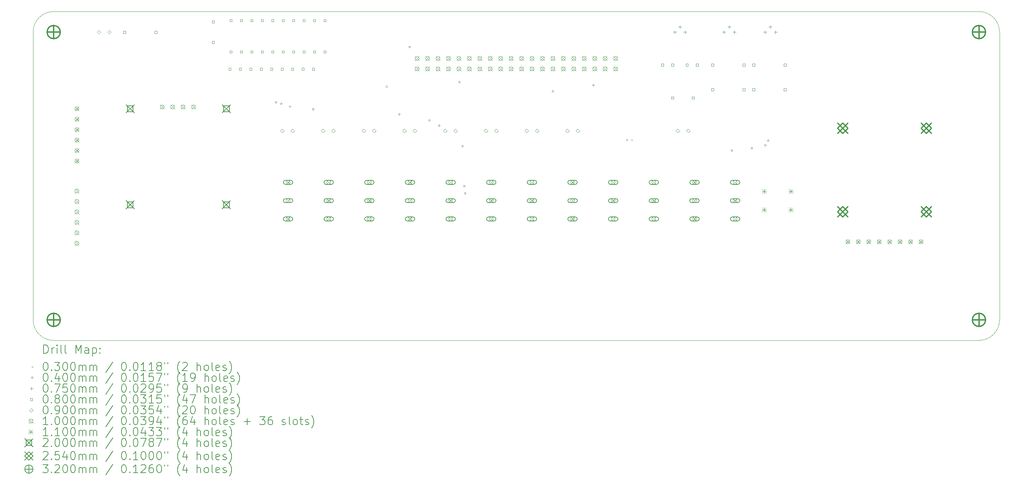
<source format=gbr>
%TF.GenerationSoftware,KiCad,Pcbnew,(6.0.11)*%
%TF.CreationDate,2023-12-23T16:41:30-05:00*%
%TF.ProjectId,front-panel.processor,66726f6e-742d-4706-916e-656c2e70726f,rev?*%
%TF.SameCoordinates,Original*%
%TF.FileFunction,Drillmap*%
%TF.FilePolarity,Positive*%
%FSLAX45Y45*%
G04 Gerber Fmt 4.5, Leading zero omitted, Abs format (unit mm)*
G04 Created by KiCad (PCBNEW (6.0.11)) date 2023-12-23 16:41:30*
%MOMM*%
%LPD*%
G01*
G04 APERTURE LIST*
%ADD10C,0.050000*%
%ADD11C,0.200000*%
%ADD12C,0.030000*%
%ADD13C,0.040000*%
%ADD14C,0.075000*%
%ADD15C,0.080000*%
%ADD16C,0.090000*%
%ADD17C,0.100000*%
%ADD18C,0.110000*%
%ADD19C,0.254000*%
%ADD20C,0.320000*%
G04 APERTURE END LIST*
D10*
X4000000Y-23000000D02*
X26500000Y-23000000D01*
X3500000Y-15500000D02*
X3500000Y-22500000D01*
X26500000Y-15000000D02*
X4000000Y-15000000D01*
X27000000Y-22500000D02*
X27000000Y-15500000D01*
X27000000Y-15500000D02*
G75*
G03*
X26500000Y-15000000I-500000J0D01*
G01*
X3500000Y-22500000D02*
G75*
G03*
X4000000Y-23000000I500000J0D01*
G01*
X4000000Y-15000000D02*
G75*
G03*
X3500000Y-15500000I0J-500000D01*
G01*
X26500000Y-23000000D02*
G75*
G03*
X27000000Y-22500000I0J500000D01*
G01*
D11*
D12*
X17925000Y-18110000D02*
X17955000Y-18140000D01*
X17955000Y-18110000D02*
X17925000Y-18140000D01*
X18045000Y-18110000D02*
X18075000Y-18140000D01*
X18075000Y-18110000D02*
X18045000Y-18140000D01*
D13*
X9425630Y-17209050D02*
G75*
G03*
X9425630Y-17209050I-20000J0D01*
G01*
X9553200Y-17243780D02*
G75*
G03*
X9553200Y-17243780I-20000J0D01*
G01*
X9767370Y-17312050D02*
G75*
G03*
X9767370Y-17312050I-20000J0D01*
G01*
X10330820Y-17378830D02*
G75*
G03*
X10330820Y-17378830I-20000J0D01*
G01*
X12120150Y-16828480D02*
G75*
G03*
X12120150Y-16828480I-20000J0D01*
G01*
X12425260Y-17499380D02*
G75*
G03*
X12425260Y-17499380I-20000J0D01*
G01*
X12675240Y-15864910D02*
G75*
G03*
X12675240Y-15864910I-20000J0D01*
G01*
X13155830Y-17647340D02*
G75*
G03*
X13155830Y-17647340I-20000J0D01*
G01*
X13394880Y-17774570D02*
G75*
G03*
X13394880Y-17774570I-20000J0D01*
G01*
X13888050Y-16715900D02*
G75*
G03*
X13888050Y-16715900I-20000J0D01*
G01*
X13961900Y-18278420D02*
G75*
G03*
X13961900Y-18278420I-20000J0D01*
G01*
X14005560Y-19250550D02*
G75*
G03*
X14005560Y-19250550I-20000J0D01*
G01*
X14027320Y-19425070D02*
G75*
G03*
X14027320Y-19425070I-20000J0D01*
G01*
X16159810Y-16943890D02*
G75*
G03*
X16159810Y-16943890I-20000J0D01*
G01*
X17146430Y-16793630D02*
G75*
G03*
X17146430Y-16793630I-20000J0D01*
G01*
X20511220Y-18381000D02*
G75*
G03*
X20511220Y-18381000I-20000J0D01*
G01*
X20999100Y-18327040D02*
G75*
G03*
X20999100Y-18327040I-20000J0D01*
G01*
X21325410Y-18254000D02*
G75*
G03*
X21325410Y-18254000I-20000J0D01*
G01*
X21393580Y-18138410D02*
G75*
G03*
X21393580Y-18138410I-20000J0D01*
G01*
D14*
X19100000Y-15462500D02*
X19100000Y-15537500D01*
X19062500Y-15500000D02*
X19137500Y-15500000D01*
X19227000Y-15335500D02*
X19227000Y-15410500D01*
X19189500Y-15373000D02*
X19264500Y-15373000D01*
X19354000Y-15462500D02*
X19354000Y-15537500D01*
X19316500Y-15500000D02*
X19391500Y-15500000D01*
X20300000Y-15462500D02*
X20300000Y-15537500D01*
X20262500Y-15500000D02*
X20337500Y-15500000D01*
X20427000Y-15335500D02*
X20427000Y-15410500D01*
X20389500Y-15373000D02*
X20464500Y-15373000D01*
X20554000Y-15462500D02*
X20554000Y-15537500D01*
X20516500Y-15500000D02*
X20591500Y-15500000D01*
X21300000Y-15462500D02*
X21300000Y-15537500D01*
X21262500Y-15500000D02*
X21337500Y-15500000D01*
X21427000Y-15335500D02*
X21427000Y-15410500D01*
X21389500Y-15373000D02*
X21464500Y-15373000D01*
X21554000Y-15462500D02*
X21554000Y-15537500D01*
X21516500Y-15500000D02*
X21591500Y-15500000D01*
D15*
X5747284Y-15528284D02*
X5747284Y-15471715D01*
X5690715Y-15471715D01*
X5690715Y-15528284D01*
X5747284Y-15528284D01*
X6509284Y-15528284D02*
X6509284Y-15471715D01*
X6452715Y-15471715D01*
X6452715Y-15528284D01*
X6509284Y-15528284D01*
X7903284Y-15278284D02*
X7903284Y-15221715D01*
X7846715Y-15221715D01*
X7846715Y-15278284D01*
X7903284Y-15278284D01*
X7903284Y-15778284D02*
X7903284Y-15721715D01*
X7846715Y-15721715D01*
X7846715Y-15778284D01*
X7903284Y-15778284D01*
X8310784Y-16428284D02*
X8310784Y-16371715D01*
X8254215Y-16371715D01*
X8254215Y-16428284D01*
X8310784Y-16428284D01*
X8335784Y-15246284D02*
X8335784Y-15189715D01*
X8279215Y-15189715D01*
X8279215Y-15246284D01*
X8335784Y-15246284D01*
X8335784Y-16008284D02*
X8335784Y-15951715D01*
X8279215Y-15951715D01*
X8279215Y-16008284D01*
X8335784Y-16008284D01*
X8564785Y-16428284D02*
X8564785Y-16371715D01*
X8508216Y-16371715D01*
X8508216Y-16428284D01*
X8564785Y-16428284D01*
X8589785Y-15246284D02*
X8589785Y-15189715D01*
X8533216Y-15189715D01*
X8533216Y-15246284D01*
X8589785Y-15246284D01*
X8589785Y-16008284D02*
X8589785Y-15951715D01*
X8533216Y-15951715D01*
X8533216Y-16008284D01*
X8589785Y-16008284D01*
X8818785Y-16428284D02*
X8818785Y-16371715D01*
X8762216Y-16371715D01*
X8762216Y-16428284D01*
X8818785Y-16428284D01*
X8843785Y-15246284D02*
X8843785Y-15189715D01*
X8787216Y-15189715D01*
X8787216Y-15246284D01*
X8843785Y-15246284D01*
X8843785Y-16008284D02*
X8843785Y-15951715D01*
X8787216Y-15951715D01*
X8787216Y-16008284D01*
X8843785Y-16008284D01*
X9072785Y-16428284D02*
X9072785Y-16371715D01*
X9016216Y-16371715D01*
X9016216Y-16428284D01*
X9072785Y-16428284D01*
X9097785Y-15246284D02*
X9097785Y-15189715D01*
X9041216Y-15189715D01*
X9041216Y-15246284D01*
X9097785Y-15246284D01*
X9097785Y-16008284D02*
X9097785Y-15951715D01*
X9041216Y-15951715D01*
X9041216Y-16008284D01*
X9097785Y-16008284D01*
X9326785Y-16428284D02*
X9326785Y-16371715D01*
X9270216Y-16371715D01*
X9270216Y-16428284D01*
X9326785Y-16428284D01*
X9351785Y-15246284D02*
X9351785Y-15189715D01*
X9295216Y-15189715D01*
X9295216Y-15246284D01*
X9351785Y-15246284D01*
X9351785Y-16008284D02*
X9351785Y-15951715D01*
X9295216Y-15951715D01*
X9295216Y-16008284D01*
X9351785Y-16008284D01*
X9580785Y-16428284D02*
X9580785Y-16371715D01*
X9524216Y-16371715D01*
X9524216Y-16428284D01*
X9580785Y-16428284D01*
X9605785Y-15246284D02*
X9605785Y-15189715D01*
X9549216Y-15189715D01*
X9549216Y-15246284D01*
X9605785Y-15246284D01*
X9605785Y-16008284D02*
X9605785Y-15951715D01*
X9549216Y-15951715D01*
X9549216Y-16008284D01*
X9605785Y-16008284D01*
X9834785Y-16428284D02*
X9834785Y-16371715D01*
X9778216Y-16371715D01*
X9778216Y-16428284D01*
X9834785Y-16428284D01*
X9859785Y-15246284D02*
X9859785Y-15189715D01*
X9803216Y-15189715D01*
X9803216Y-15246284D01*
X9859785Y-15246284D01*
X9859785Y-16008284D02*
X9859785Y-15951715D01*
X9803216Y-15951715D01*
X9803216Y-16008284D01*
X9859785Y-16008284D01*
X10088785Y-16428284D02*
X10088785Y-16371715D01*
X10032216Y-16371715D01*
X10032216Y-16428284D01*
X10088785Y-16428284D01*
X10113785Y-15246284D02*
X10113785Y-15189715D01*
X10057216Y-15189715D01*
X10057216Y-15246284D01*
X10113785Y-15246284D01*
X10113785Y-16008284D02*
X10113785Y-15951715D01*
X10057216Y-15951715D01*
X10057216Y-16008284D01*
X10113785Y-16008284D01*
X10342785Y-16428284D02*
X10342785Y-16371715D01*
X10286216Y-16371715D01*
X10286216Y-16428284D01*
X10342785Y-16428284D01*
X10367785Y-15246284D02*
X10367785Y-15189715D01*
X10311216Y-15189715D01*
X10311216Y-15246284D01*
X10367785Y-15246284D01*
X10367785Y-16008284D02*
X10367785Y-15951715D01*
X10311216Y-15951715D01*
X10311216Y-16008284D01*
X10367785Y-16008284D01*
X10621785Y-15246284D02*
X10621785Y-15189715D01*
X10565216Y-15189715D01*
X10565216Y-15246284D01*
X10621785Y-15246284D01*
X10621785Y-16008284D02*
X10621785Y-15951715D01*
X10565216Y-15951715D01*
X10565216Y-16008284D01*
X10621785Y-16008284D01*
X18828285Y-16328284D02*
X18828285Y-16271715D01*
X18771716Y-16271715D01*
X18771716Y-16328284D01*
X18828285Y-16328284D01*
X19078285Y-16328284D02*
X19078285Y-16271715D01*
X19021716Y-16271715D01*
X19021716Y-16328284D01*
X19078285Y-16328284D01*
X19078285Y-17128285D02*
X19078285Y-17071716D01*
X19021716Y-17071716D01*
X19021716Y-17128285D01*
X19078285Y-17128285D01*
X19428285Y-16328284D02*
X19428285Y-16271715D01*
X19371716Y-16271715D01*
X19371716Y-16328284D01*
X19428285Y-16328284D01*
X19578285Y-17128285D02*
X19578285Y-17071716D01*
X19521716Y-17071716D01*
X19521716Y-17128285D01*
X19578285Y-17128285D01*
X19678285Y-16328284D02*
X19678285Y-16271715D01*
X19621716Y-16271715D01*
X19621716Y-16328284D01*
X19678285Y-16328284D01*
X20047285Y-16328284D02*
X20047285Y-16271715D01*
X19990716Y-16271715D01*
X19990716Y-16328284D01*
X20047285Y-16328284D01*
X20047285Y-16928285D02*
X20047285Y-16871716D01*
X19990716Y-16871716D01*
X19990716Y-16928285D01*
X20047285Y-16928285D01*
X20809285Y-16328284D02*
X20809285Y-16271715D01*
X20752716Y-16271715D01*
X20752716Y-16328284D01*
X20809285Y-16328284D01*
X20809285Y-16928285D02*
X20809285Y-16871716D01*
X20752716Y-16871716D01*
X20752716Y-16928285D01*
X20809285Y-16928285D01*
X21047285Y-16328284D02*
X21047285Y-16271715D01*
X20990716Y-16271715D01*
X20990716Y-16328284D01*
X21047285Y-16328284D01*
X21047285Y-16928285D02*
X21047285Y-16871716D01*
X20990716Y-16871716D01*
X20990716Y-16928285D01*
X21047285Y-16928285D01*
X21809285Y-16328284D02*
X21809285Y-16271715D01*
X21752716Y-16271715D01*
X21752716Y-16328284D01*
X21809285Y-16328284D01*
X21809285Y-16928285D02*
X21809285Y-16871716D01*
X21752716Y-16871716D01*
X21752716Y-16928285D01*
X21809285Y-16928285D01*
D16*
X5100000Y-15545000D02*
X5145000Y-15500000D01*
X5100000Y-15455000D01*
X5055000Y-15500000D01*
X5100000Y-15545000D01*
X5354000Y-15545000D02*
X5399000Y-15500000D01*
X5354000Y-15455000D01*
X5309000Y-15500000D01*
X5354000Y-15545000D01*
X9554750Y-17945000D02*
X9599750Y-17900000D01*
X9554750Y-17855000D01*
X9509750Y-17900000D01*
X9554750Y-17945000D01*
X9808750Y-17945000D02*
X9853750Y-17900000D01*
X9808750Y-17855000D01*
X9763750Y-17900000D01*
X9808750Y-17945000D01*
X10545340Y-17945000D02*
X10590340Y-17900000D01*
X10545340Y-17855000D01*
X10500340Y-17900000D01*
X10545340Y-17945000D01*
X10799340Y-17945000D02*
X10844340Y-17900000D01*
X10799340Y-17855000D01*
X10754340Y-17900000D01*
X10799340Y-17945000D01*
X11535930Y-17945180D02*
X11580930Y-17900180D01*
X11535930Y-17855180D01*
X11490930Y-17900180D01*
X11535930Y-17945180D01*
X11789930Y-17945180D02*
X11834930Y-17900180D01*
X11789930Y-17855180D01*
X11744930Y-17900180D01*
X11789930Y-17945180D01*
X12526510Y-17945000D02*
X12571510Y-17900000D01*
X12526510Y-17855000D01*
X12481510Y-17900000D01*
X12526510Y-17945000D01*
X12780510Y-17945000D02*
X12825510Y-17900000D01*
X12780510Y-17855000D01*
X12735510Y-17900000D01*
X12780510Y-17945000D01*
X13517100Y-17945000D02*
X13562100Y-17900000D01*
X13517100Y-17855000D01*
X13472100Y-17900000D01*
X13517100Y-17945000D01*
X13771100Y-17945000D02*
X13816100Y-17900000D01*
X13771100Y-17855000D01*
X13726100Y-17900000D01*
X13771100Y-17945000D01*
X14507690Y-17945230D02*
X14552690Y-17900230D01*
X14507690Y-17855230D01*
X14462690Y-17900230D01*
X14507690Y-17945230D01*
X14761690Y-17945230D02*
X14806690Y-17900230D01*
X14761690Y-17855230D01*
X14716690Y-17900230D01*
X14761690Y-17945230D01*
X15498280Y-17945180D02*
X15543280Y-17900180D01*
X15498280Y-17855180D01*
X15453280Y-17900180D01*
X15498280Y-17945180D01*
X15752280Y-17945180D02*
X15797280Y-17900180D01*
X15752280Y-17855180D01*
X15707280Y-17900180D01*
X15752280Y-17945180D01*
X16488860Y-17945000D02*
X16533860Y-17900000D01*
X16488860Y-17855000D01*
X16443860Y-17900000D01*
X16488860Y-17945000D01*
X16742860Y-17945000D02*
X16787860Y-17900000D01*
X16742860Y-17855000D01*
X16697860Y-17900000D01*
X16742860Y-17945000D01*
X19172500Y-17945000D02*
X19217500Y-17900000D01*
X19172500Y-17855000D01*
X19127500Y-17900000D01*
X19172500Y-17945000D01*
X19426500Y-17945000D02*
X19471500Y-17900000D01*
X19426500Y-17855000D01*
X19381500Y-17900000D01*
X19426500Y-17945000D01*
D17*
X4512500Y-17315000D02*
X4612500Y-17415000D01*
X4612500Y-17315000D02*
X4512500Y-17415000D01*
X4612500Y-17365000D02*
G75*
G03*
X4612500Y-17365000I-50000J0D01*
G01*
X4512500Y-17569000D02*
X4612500Y-17669000D01*
X4612500Y-17569000D02*
X4512500Y-17669000D01*
X4612500Y-17619000D02*
G75*
G03*
X4612500Y-17619000I-50000J0D01*
G01*
X4512500Y-17823000D02*
X4612500Y-17923000D01*
X4612500Y-17823000D02*
X4512500Y-17923000D01*
X4612500Y-17873000D02*
G75*
G03*
X4612500Y-17873000I-50000J0D01*
G01*
X4512500Y-18077000D02*
X4612500Y-18177000D01*
X4612500Y-18077000D02*
X4512500Y-18177000D01*
X4612500Y-18127000D02*
G75*
G03*
X4612500Y-18127000I-50000J0D01*
G01*
X4512500Y-18331000D02*
X4612500Y-18431000D01*
X4612500Y-18331000D02*
X4512500Y-18431000D01*
X4612500Y-18381000D02*
G75*
G03*
X4612500Y-18381000I-50000J0D01*
G01*
X4512500Y-18585000D02*
X4612500Y-18685000D01*
X4612500Y-18585000D02*
X4512500Y-18685000D01*
X4612500Y-18635000D02*
G75*
G03*
X4612500Y-18635000I-50000J0D01*
G01*
X4512500Y-19315000D02*
X4612500Y-19415000D01*
X4612500Y-19315000D02*
X4512500Y-19415000D01*
X4612500Y-19365000D02*
G75*
G03*
X4612500Y-19365000I-50000J0D01*
G01*
X4512500Y-19569000D02*
X4612500Y-19669000D01*
X4612500Y-19569000D02*
X4512500Y-19669000D01*
X4612500Y-19619000D02*
G75*
G03*
X4612500Y-19619000I-50000J0D01*
G01*
X4512500Y-19823000D02*
X4612500Y-19923000D01*
X4612500Y-19823000D02*
X4512500Y-19923000D01*
X4612500Y-19873000D02*
G75*
G03*
X4612500Y-19873000I-50000J0D01*
G01*
X4512500Y-20077000D02*
X4612500Y-20177000D01*
X4612500Y-20077000D02*
X4512500Y-20177000D01*
X4612500Y-20127000D02*
G75*
G03*
X4612500Y-20127000I-50000J0D01*
G01*
X4512500Y-20331000D02*
X4612500Y-20431000D01*
X4612500Y-20331000D02*
X4512500Y-20431000D01*
X4612500Y-20381000D02*
G75*
G03*
X4612500Y-20381000I-50000J0D01*
G01*
X4512500Y-20585000D02*
X4612500Y-20685000D01*
X4612500Y-20585000D02*
X4512500Y-20685000D01*
X4612500Y-20635000D02*
G75*
G03*
X4612500Y-20635000I-50000J0D01*
G01*
X6588000Y-17269800D02*
X6688000Y-17369800D01*
X6688000Y-17269800D02*
X6588000Y-17369800D01*
X6688000Y-17319800D02*
G75*
G03*
X6688000Y-17319800I-50000J0D01*
G01*
X6842000Y-17269800D02*
X6942000Y-17369800D01*
X6942000Y-17269800D02*
X6842000Y-17369800D01*
X6942000Y-17319800D02*
G75*
G03*
X6942000Y-17319800I-50000J0D01*
G01*
X7096000Y-17269800D02*
X7196000Y-17369800D01*
X7196000Y-17269800D02*
X7096000Y-17369800D01*
X7196000Y-17319800D02*
G75*
G03*
X7196000Y-17319800I-50000J0D01*
G01*
X7350000Y-17269800D02*
X7450000Y-17369800D01*
X7450000Y-17269800D02*
X7350000Y-17369800D01*
X7450000Y-17319800D02*
G75*
G03*
X7450000Y-17319800I-50000J0D01*
G01*
X9650000Y-19105000D02*
X9750000Y-19205000D01*
X9750000Y-19105000D02*
X9650000Y-19205000D01*
X9750000Y-19155000D02*
G75*
G03*
X9750000Y-19155000I-50000J0D01*
G01*
D11*
X9765000Y-19105000D02*
X9635000Y-19105000D01*
X9765000Y-19205000D02*
X9635000Y-19205000D01*
X9635000Y-19105000D02*
G75*
G03*
X9635000Y-19205000I0J-50000D01*
G01*
X9765000Y-19205000D02*
G75*
G03*
X9765000Y-19105000I0J50000D01*
G01*
D17*
X9650000Y-19550000D02*
X9750000Y-19650000D01*
X9750000Y-19550000D02*
X9650000Y-19650000D01*
X9750000Y-19600000D02*
G75*
G03*
X9750000Y-19600000I-50000J0D01*
G01*
D11*
X9765000Y-19550000D02*
X9635000Y-19550000D01*
X9765000Y-19650000D02*
X9635000Y-19650000D01*
X9635000Y-19550000D02*
G75*
G03*
X9635000Y-19650000I0J-50000D01*
G01*
X9765000Y-19650000D02*
G75*
G03*
X9765000Y-19550000I0J50000D01*
G01*
D17*
X9650000Y-19995000D02*
X9750000Y-20095000D01*
X9750000Y-19995000D02*
X9650000Y-20095000D01*
X9750000Y-20045000D02*
G75*
G03*
X9750000Y-20045000I-50000J0D01*
G01*
D11*
X9765000Y-19995000D02*
X9635000Y-19995000D01*
X9765000Y-20095000D02*
X9635000Y-20095000D01*
X9635000Y-19995000D02*
G75*
G03*
X9635000Y-20095000I0J-50000D01*
G01*
X9765000Y-20095000D02*
G75*
G03*
X9765000Y-19995000I0J50000D01*
G01*
D17*
X10638200Y-19105000D02*
X10738200Y-19205000D01*
X10738200Y-19105000D02*
X10638200Y-19205000D01*
X10738200Y-19155000D02*
G75*
G03*
X10738200Y-19155000I-50000J0D01*
G01*
D11*
X10753200Y-19105000D02*
X10623200Y-19105000D01*
X10753200Y-19205000D02*
X10623200Y-19205000D01*
X10623200Y-19105000D02*
G75*
G03*
X10623200Y-19205000I0J-50000D01*
G01*
X10753200Y-19205000D02*
G75*
G03*
X10753200Y-19105000I0J50000D01*
G01*
D17*
X10638200Y-19550000D02*
X10738200Y-19650000D01*
X10738200Y-19550000D02*
X10638200Y-19650000D01*
X10738200Y-19600000D02*
G75*
G03*
X10738200Y-19600000I-50000J0D01*
G01*
D11*
X10753200Y-19550000D02*
X10623200Y-19550000D01*
X10753200Y-19650000D02*
X10623200Y-19650000D01*
X10623200Y-19550000D02*
G75*
G03*
X10623200Y-19650000I0J-50000D01*
G01*
X10753200Y-19650000D02*
G75*
G03*
X10753200Y-19550000I0J50000D01*
G01*
D17*
X10638200Y-19995000D02*
X10738200Y-20095000D01*
X10738200Y-19995000D02*
X10638200Y-20095000D01*
X10738200Y-20045000D02*
G75*
G03*
X10738200Y-20045000I-50000J0D01*
G01*
D11*
X10753200Y-19995000D02*
X10623200Y-19995000D01*
X10753200Y-20095000D02*
X10623200Y-20095000D01*
X10623200Y-19995000D02*
G75*
G03*
X10623200Y-20095000I0J-50000D01*
G01*
X10753200Y-20095000D02*
G75*
G03*
X10753200Y-19995000I0J50000D01*
G01*
D17*
X11626410Y-19105000D02*
X11726410Y-19205000D01*
X11726410Y-19105000D02*
X11626410Y-19205000D01*
X11726410Y-19155000D02*
G75*
G03*
X11726410Y-19155000I-50000J0D01*
G01*
D11*
X11741410Y-19105000D02*
X11611410Y-19105000D01*
X11741410Y-19205000D02*
X11611410Y-19205000D01*
X11611410Y-19105000D02*
G75*
G03*
X11611410Y-19205000I0J-50000D01*
G01*
X11741410Y-19205000D02*
G75*
G03*
X11741410Y-19105000I0J50000D01*
G01*
D17*
X11626410Y-19550000D02*
X11726410Y-19650000D01*
X11726410Y-19550000D02*
X11626410Y-19650000D01*
X11726410Y-19600000D02*
G75*
G03*
X11726410Y-19600000I-50000J0D01*
G01*
D11*
X11741410Y-19550000D02*
X11611410Y-19550000D01*
X11741410Y-19650000D02*
X11611410Y-19650000D01*
X11611410Y-19550000D02*
G75*
G03*
X11611410Y-19650000I0J-50000D01*
G01*
X11741410Y-19650000D02*
G75*
G03*
X11741410Y-19550000I0J50000D01*
G01*
D17*
X11626410Y-19995000D02*
X11726410Y-20095000D01*
X11726410Y-19995000D02*
X11626410Y-20095000D01*
X11726410Y-20045000D02*
G75*
G03*
X11726410Y-20045000I-50000J0D01*
G01*
D11*
X11741410Y-19995000D02*
X11611410Y-19995000D01*
X11741410Y-20095000D02*
X11611410Y-20095000D01*
X11611410Y-19995000D02*
G75*
G03*
X11611410Y-20095000I0J-50000D01*
G01*
X11741410Y-20095000D02*
G75*
G03*
X11741410Y-19995000I0J50000D01*
G01*
D17*
X12614610Y-19105000D02*
X12714610Y-19205000D01*
X12714610Y-19105000D02*
X12614610Y-19205000D01*
X12714610Y-19155000D02*
G75*
G03*
X12714610Y-19155000I-50000J0D01*
G01*
D11*
X12729610Y-19105000D02*
X12599610Y-19105000D01*
X12729610Y-19205000D02*
X12599610Y-19205000D01*
X12599610Y-19105000D02*
G75*
G03*
X12599610Y-19205000I0J-50000D01*
G01*
X12729610Y-19205000D02*
G75*
G03*
X12729610Y-19105000I0J50000D01*
G01*
D17*
X12614610Y-19550000D02*
X12714610Y-19650000D01*
X12714610Y-19550000D02*
X12614610Y-19650000D01*
X12714610Y-19600000D02*
G75*
G03*
X12714610Y-19600000I-50000J0D01*
G01*
D11*
X12729610Y-19550000D02*
X12599610Y-19550000D01*
X12729610Y-19650000D02*
X12599610Y-19650000D01*
X12599610Y-19550000D02*
G75*
G03*
X12599610Y-19650000I0J-50000D01*
G01*
X12729610Y-19650000D02*
G75*
G03*
X12729610Y-19550000I0J50000D01*
G01*
D17*
X12614610Y-19995000D02*
X12714610Y-20095000D01*
X12714610Y-19995000D02*
X12614610Y-20095000D01*
X12714610Y-20045000D02*
G75*
G03*
X12714610Y-20045000I-50000J0D01*
G01*
D11*
X12729610Y-19995000D02*
X12599610Y-19995000D01*
X12729610Y-20095000D02*
X12599610Y-20095000D01*
X12599610Y-19995000D02*
G75*
G03*
X12599610Y-20095000I0J-50000D01*
G01*
X12729610Y-20095000D02*
G75*
G03*
X12729610Y-19995000I0J50000D01*
G01*
D17*
X12787000Y-16090750D02*
X12887000Y-16190750D01*
X12887000Y-16090750D02*
X12787000Y-16190750D01*
X12887000Y-16140750D02*
G75*
G03*
X12887000Y-16140750I-50000J0D01*
G01*
X12787000Y-16344750D02*
X12887000Y-16444750D01*
X12887000Y-16344750D02*
X12787000Y-16444750D01*
X12887000Y-16394750D02*
G75*
G03*
X12887000Y-16394750I-50000J0D01*
G01*
X13041000Y-16090750D02*
X13141000Y-16190750D01*
X13141000Y-16090750D02*
X13041000Y-16190750D01*
X13141000Y-16140750D02*
G75*
G03*
X13141000Y-16140750I-50000J0D01*
G01*
X13041000Y-16344750D02*
X13141000Y-16444750D01*
X13141000Y-16344750D02*
X13041000Y-16444750D01*
X13141000Y-16394750D02*
G75*
G03*
X13141000Y-16394750I-50000J0D01*
G01*
X13295000Y-16090750D02*
X13395000Y-16190750D01*
X13395000Y-16090750D02*
X13295000Y-16190750D01*
X13395000Y-16140750D02*
G75*
G03*
X13395000Y-16140750I-50000J0D01*
G01*
X13295000Y-16344750D02*
X13395000Y-16444750D01*
X13395000Y-16344750D02*
X13295000Y-16444750D01*
X13395000Y-16394750D02*
G75*
G03*
X13395000Y-16394750I-50000J0D01*
G01*
X13549000Y-16090750D02*
X13649000Y-16190750D01*
X13649000Y-16090750D02*
X13549000Y-16190750D01*
X13649000Y-16140750D02*
G75*
G03*
X13649000Y-16140750I-50000J0D01*
G01*
X13549000Y-16344750D02*
X13649000Y-16444750D01*
X13649000Y-16344750D02*
X13549000Y-16444750D01*
X13649000Y-16394750D02*
G75*
G03*
X13649000Y-16394750I-50000J0D01*
G01*
X13602820Y-19105000D02*
X13702820Y-19205000D01*
X13702820Y-19105000D02*
X13602820Y-19205000D01*
X13702820Y-19155000D02*
G75*
G03*
X13702820Y-19155000I-50000J0D01*
G01*
D11*
X13717820Y-19105000D02*
X13587820Y-19105000D01*
X13717820Y-19205000D02*
X13587820Y-19205000D01*
X13587820Y-19105000D02*
G75*
G03*
X13587820Y-19205000I0J-50000D01*
G01*
X13717820Y-19205000D02*
G75*
G03*
X13717820Y-19105000I0J50000D01*
G01*
D17*
X13602820Y-19550000D02*
X13702820Y-19650000D01*
X13702820Y-19550000D02*
X13602820Y-19650000D01*
X13702820Y-19600000D02*
G75*
G03*
X13702820Y-19600000I-50000J0D01*
G01*
D11*
X13717820Y-19550000D02*
X13587820Y-19550000D01*
X13717820Y-19650000D02*
X13587820Y-19650000D01*
X13587820Y-19550000D02*
G75*
G03*
X13587820Y-19650000I0J-50000D01*
G01*
X13717820Y-19650000D02*
G75*
G03*
X13717820Y-19550000I0J50000D01*
G01*
D17*
X13602820Y-19995000D02*
X13702820Y-20095000D01*
X13702820Y-19995000D02*
X13602820Y-20095000D01*
X13702820Y-20045000D02*
G75*
G03*
X13702820Y-20045000I-50000J0D01*
G01*
D11*
X13717820Y-19995000D02*
X13587820Y-19995000D01*
X13717820Y-20095000D02*
X13587820Y-20095000D01*
X13587820Y-19995000D02*
G75*
G03*
X13587820Y-20095000I0J-50000D01*
G01*
X13717820Y-20095000D02*
G75*
G03*
X13717820Y-19995000I0J50000D01*
G01*
D17*
X13803000Y-16090750D02*
X13903000Y-16190750D01*
X13903000Y-16090750D02*
X13803000Y-16190750D01*
X13903000Y-16140750D02*
G75*
G03*
X13903000Y-16140750I-50000J0D01*
G01*
X13803000Y-16344750D02*
X13903000Y-16444750D01*
X13903000Y-16344750D02*
X13803000Y-16444750D01*
X13903000Y-16394750D02*
G75*
G03*
X13903000Y-16394750I-50000J0D01*
G01*
X14057000Y-16090750D02*
X14157000Y-16190750D01*
X14157000Y-16090750D02*
X14057000Y-16190750D01*
X14157000Y-16140750D02*
G75*
G03*
X14157000Y-16140750I-50000J0D01*
G01*
X14057000Y-16344750D02*
X14157000Y-16444750D01*
X14157000Y-16344750D02*
X14057000Y-16444750D01*
X14157000Y-16394750D02*
G75*
G03*
X14157000Y-16394750I-50000J0D01*
G01*
X14311000Y-16090750D02*
X14411000Y-16190750D01*
X14411000Y-16090750D02*
X14311000Y-16190750D01*
X14411000Y-16140750D02*
G75*
G03*
X14411000Y-16140750I-50000J0D01*
G01*
X14311000Y-16344750D02*
X14411000Y-16444750D01*
X14411000Y-16344750D02*
X14311000Y-16444750D01*
X14411000Y-16394750D02*
G75*
G03*
X14411000Y-16394750I-50000J0D01*
G01*
X14565000Y-16090750D02*
X14665000Y-16190750D01*
X14665000Y-16090750D02*
X14565000Y-16190750D01*
X14665000Y-16140750D02*
G75*
G03*
X14665000Y-16140750I-50000J0D01*
G01*
X14565000Y-16344750D02*
X14665000Y-16444750D01*
X14665000Y-16344750D02*
X14565000Y-16444750D01*
X14665000Y-16394750D02*
G75*
G03*
X14665000Y-16394750I-50000J0D01*
G01*
X14591020Y-19105000D02*
X14691020Y-19205000D01*
X14691020Y-19105000D02*
X14591020Y-19205000D01*
X14691020Y-19155000D02*
G75*
G03*
X14691020Y-19155000I-50000J0D01*
G01*
D11*
X14706020Y-19105000D02*
X14576020Y-19105000D01*
X14706020Y-19205000D02*
X14576020Y-19205000D01*
X14576020Y-19105000D02*
G75*
G03*
X14576020Y-19205000I0J-50000D01*
G01*
X14706020Y-19205000D02*
G75*
G03*
X14706020Y-19105000I0J50000D01*
G01*
D17*
X14591020Y-19550000D02*
X14691020Y-19650000D01*
X14691020Y-19550000D02*
X14591020Y-19650000D01*
X14691020Y-19600000D02*
G75*
G03*
X14691020Y-19600000I-50000J0D01*
G01*
D11*
X14706020Y-19550000D02*
X14576020Y-19550000D01*
X14706020Y-19650000D02*
X14576020Y-19650000D01*
X14576020Y-19550000D02*
G75*
G03*
X14576020Y-19650000I0J-50000D01*
G01*
X14706020Y-19650000D02*
G75*
G03*
X14706020Y-19550000I0J50000D01*
G01*
D17*
X14591020Y-19995000D02*
X14691020Y-20095000D01*
X14691020Y-19995000D02*
X14591020Y-20095000D01*
X14691020Y-20045000D02*
G75*
G03*
X14691020Y-20045000I-50000J0D01*
G01*
D11*
X14706020Y-19995000D02*
X14576020Y-19995000D01*
X14706020Y-20095000D02*
X14576020Y-20095000D01*
X14576020Y-19995000D02*
G75*
G03*
X14576020Y-20095000I0J-50000D01*
G01*
X14706020Y-20095000D02*
G75*
G03*
X14706020Y-19995000I0J50000D01*
G01*
D17*
X14819000Y-16090750D02*
X14919000Y-16190750D01*
X14919000Y-16090750D02*
X14819000Y-16190750D01*
X14919000Y-16140750D02*
G75*
G03*
X14919000Y-16140750I-50000J0D01*
G01*
X14819000Y-16344750D02*
X14919000Y-16444750D01*
X14919000Y-16344750D02*
X14819000Y-16444750D01*
X14919000Y-16394750D02*
G75*
G03*
X14919000Y-16394750I-50000J0D01*
G01*
X15073000Y-16090750D02*
X15173000Y-16190750D01*
X15173000Y-16090750D02*
X15073000Y-16190750D01*
X15173000Y-16140750D02*
G75*
G03*
X15173000Y-16140750I-50000J0D01*
G01*
X15073000Y-16344750D02*
X15173000Y-16444750D01*
X15173000Y-16344750D02*
X15073000Y-16444750D01*
X15173000Y-16394750D02*
G75*
G03*
X15173000Y-16394750I-50000J0D01*
G01*
X15327000Y-16090750D02*
X15427000Y-16190750D01*
X15427000Y-16090750D02*
X15327000Y-16190750D01*
X15427000Y-16140750D02*
G75*
G03*
X15427000Y-16140750I-50000J0D01*
G01*
X15327000Y-16344750D02*
X15427000Y-16444750D01*
X15427000Y-16344750D02*
X15327000Y-16444750D01*
X15427000Y-16394750D02*
G75*
G03*
X15427000Y-16394750I-50000J0D01*
G01*
X15579230Y-19105000D02*
X15679230Y-19205000D01*
X15679230Y-19105000D02*
X15579230Y-19205000D01*
X15679230Y-19155000D02*
G75*
G03*
X15679230Y-19155000I-50000J0D01*
G01*
D11*
X15694230Y-19105000D02*
X15564230Y-19105000D01*
X15694230Y-19205000D02*
X15564230Y-19205000D01*
X15564230Y-19105000D02*
G75*
G03*
X15564230Y-19205000I0J-50000D01*
G01*
X15694230Y-19205000D02*
G75*
G03*
X15694230Y-19105000I0J50000D01*
G01*
D17*
X15579230Y-19550000D02*
X15679230Y-19650000D01*
X15679230Y-19550000D02*
X15579230Y-19650000D01*
X15679230Y-19600000D02*
G75*
G03*
X15679230Y-19600000I-50000J0D01*
G01*
D11*
X15694230Y-19550000D02*
X15564230Y-19550000D01*
X15694230Y-19650000D02*
X15564230Y-19650000D01*
X15564230Y-19550000D02*
G75*
G03*
X15564230Y-19650000I0J-50000D01*
G01*
X15694230Y-19650000D02*
G75*
G03*
X15694230Y-19550000I0J50000D01*
G01*
D17*
X15579230Y-19995000D02*
X15679230Y-20095000D01*
X15679230Y-19995000D02*
X15579230Y-20095000D01*
X15679230Y-20045000D02*
G75*
G03*
X15679230Y-20045000I-50000J0D01*
G01*
D11*
X15694230Y-19995000D02*
X15564230Y-19995000D01*
X15694230Y-20095000D02*
X15564230Y-20095000D01*
X15564230Y-19995000D02*
G75*
G03*
X15564230Y-20095000I0J-50000D01*
G01*
X15694230Y-20095000D02*
G75*
G03*
X15694230Y-19995000I0J50000D01*
G01*
D17*
X15581000Y-16090750D02*
X15681000Y-16190750D01*
X15681000Y-16090750D02*
X15581000Y-16190750D01*
X15681000Y-16140750D02*
G75*
G03*
X15681000Y-16140750I-50000J0D01*
G01*
X15581000Y-16344750D02*
X15681000Y-16444750D01*
X15681000Y-16344750D02*
X15581000Y-16444750D01*
X15681000Y-16394750D02*
G75*
G03*
X15681000Y-16394750I-50000J0D01*
G01*
X15835000Y-16090750D02*
X15935000Y-16190750D01*
X15935000Y-16090750D02*
X15835000Y-16190750D01*
X15935000Y-16140750D02*
G75*
G03*
X15935000Y-16140750I-50000J0D01*
G01*
X15835000Y-16344750D02*
X15935000Y-16444750D01*
X15935000Y-16344750D02*
X15835000Y-16444750D01*
X15935000Y-16394750D02*
G75*
G03*
X15935000Y-16394750I-50000J0D01*
G01*
X16089000Y-16090750D02*
X16189000Y-16190750D01*
X16189000Y-16090750D02*
X16089000Y-16190750D01*
X16189000Y-16140750D02*
G75*
G03*
X16189000Y-16140750I-50000J0D01*
G01*
X16089000Y-16344750D02*
X16189000Y-16444750D01*
X16189000Y-16344750D02*
X16089000Y-16444750D01*
X16189000Y-16394750D02*
G75*
G03*
X16189000Y-16394750I-50000J0D01*
G01*
X16343000Y-16090750D02*
X16443000Y-16190750D01*
X16443000Y-16090750D02*
X16343000Y-16190750D01*
X16443000Y-16140750D02*
G75*
G03*
X16443000Y-16140750I-50000J0D01*
G01*
X16343000Y-16344750D02*
X16443000Y-16444750D01*
X16443000Y-16344750D02*
X16343000Y-16444750D01*
X16443000Y-16394750D02*
G75*
G03*
X16443000Y-16394750I-50000J0D01*
G01*
X16567430Y-19105000D02*
X16667430Y-19205000D01*
X16667430Y-19105000D02*
X16567430Y-19205000D01*
X16667430Y-19155000D02*
G75*
G03*
X16667430Y-19155000I-50000J0D01*
G01*
D11*
X16682430Y-19105000D02*
X16552430Y-19105000D01*
X16682430Y-19205000D02*
X16552430Y-19205000D01*
X16552430Y-19105000D02*
G75*
G03*
X16552430Y-19205000I0J-50000D01*
G01*
X16682430Y-19205000D02*
G75*
G03*
X16682430Y-19105000I0J50000D01*
G01*
D17*
X16567430Y-19550000D02*
X16667430Y-19650000D01*
X16667430Y-19550000D02*
X16567430Y-19650000D01*
X16667430Y-19600000D02*
G75*
G03*
X16667430Y-19600000I-50000J0D01*
G01*
D11*
X16682430Y-19550000D02*
X16552430Y-19550000D01*
X16682430Y-19650000D02*
X16552430Y-19650000D01*
X16552430Y-19550000D02*
G75*
G03*
X16552430Y-19650000I0J-50000D01*
G01*
X16682430Y-19650000D02*
G75*
G03*
X16682430Y-19550000I0J50000D01*
G01*
D17*
X16567430Y-19995000D02*
X16667430Y-20095000D01*
X16667430Y-19995000D02*
X16567430Y-20095000D01*
X16667430Y-20045000D02*
G75*
G03*
X16667430Y-20045000I-50000J0D01*
G01*
D11*
X16682430Y-19995000D02*
X16552430Y-19995000D01*
X16682430Y-20095000D02*
X16552430Y-20095000D01*
X16552430Y-19995000D02*
G75*
G03*
X16552430Y-20095000I0J-50000D01*
G01*
X16682430Y-20095000D02*
G75*
G03*
X16682430Y-19995000I0J50000D01*
G01*
D17*
X16597000Y-16090750D02*
X16697000Y-16190750D01*
X16697000Y-16090750D02*
X16597000Y-16190750D01*
X16697000Y-16140750D02*
G75*
G03*
X16697000Y-16140750I-50000J0D01*
G01*
X16597000Y-16344750D02*
X16697000Y-16444750D01*
X16697000Y-16344750D02*
X16597000Y-16444750D01*
X16697000Y-16394750D02*
G75*
G03*
X16697000Y-16394750I-50000J0D01*
G01*
X16851000Y-16090750D02*
X16951000Y-16190750D01*
X16951000Y-16090750D02*
X16851000Y-16190750D01*
X16951000Y-16140750D02*
G75*
G03*
X16951000Y-16140750I-50000J0D01*
G01*
X16851000Y-16344750D02*
X16951000Y-16444750D01*
X16951000Y-16344750D02*
X16851000Y-16444750D01*
X16951000Y-16394750D02*
G75*
G03*
X16951000Y-16394750I-50000J0D01*
G01*
X17105000Y-16090750D02*
X17205000Y-16190750D01*
X17205000Y-16090750D02*
X17105000Y-16190750D01*
X17205000Y-16140750D02*
G75*
G03*
X17205000Y-16140750I-50000J0D01*
G01*
X17105000Y-16344750D02*
X17205000Y-16444750D01*
X17205000Y-16344750D02*
X17105000Y-16444750D01*
X17205000Y-16394750D02*
G75*
G03*
X17205000Y-16394750I-50000J0D01*
G01*
X17359000Y-16090750D02*
X17459000Y-16190750D01*
X17459000Y-16090750D02*
X17359000Y-16190750D01*
X17459000Y-16140750D02*
G75*
G03*
X17459000Y-16140750I-50000J0D01*
G01*
X17359000Y-16344750D02*
X17459000Y-16444750D01*
X17459000Y-16344750D02*
X17359000Y-16444750D01*
X17459000Y-16394750D02*
G75*
G03*
X17459000Y-16394750I-50000J0D01*
G01*
X17555640Y-19105000D02*
X17655640Y-19205000D01*
X17655640Y-19105000D02*
X17555640Y-19205000D01*
X17655640Y-19155000D02*
G75*
G03*
X17655640Y-19155000I-50000J0D01*
G01*
D11*
X17670640Y-19105000D02*
X17540640Y-19105000D01*
X17670640Y-19205000D02*
X17540640Y-19205000D01*
X17540640Y-19105000D02*
G75*
G03*
X17540640Y-19205000I0J-50000D01*
G01*
X17670640Y-19205000D02*
G75*
G03*
X17670640Y-19105000I0J50000D01*
G01*
D17*
X17555640Y-19550000D02*
X17655640Y-19650000D01*
X17655640Y-19550000D02*
X17555640Y-19650000D01*
X17655640Y-19600000D02*
G75*
G03*
X17655640Y-19600000I-50000J0D01*
G01*
D11*
X17670640Y-19550000D02*
X17540640Y-19550000D01*
X17670640Y-19650000D02*
X17540640Y-19650000D01*
X17540640Y-19550000D02*
G75*
G03*
X17540640Y-19650000I0J-50000D01*
G01*
X17670640Y-19650000D02*
G75*
G03*
X17670640Y-19550000I0J50000D01*
G01*
D17*
X17555640Y-19995000D02*
X17655640Y-20095000D01*
X17655640Y-19995000D02*
X17555640Y-20095000D01*
X17655640Y-20045000D02*
G75*
G03*
X17655640Y-20045000I-50000J0D01*
G01*
D11*
X17670640Y-19995000D02*
X17540640Y-19995000D01*
X17670640Y-20095000D02*
X17540640Y-20095000D01*
X17540640Y-19995000D02*
G75*
G03*
X17540640Y-20095000I0J-50000D01*
G01*
X17670640Y-20095000D02*
G75*
G03*
X17670640Y-19995000I0J50000D01*
G01*
D17*
X17613000Y-16090750D02*
X17713000Y-16190750D01*
X17713000Y-16090750D02*
X17613000Y-16190750D01*
X17713000Y-16140750D02*
G75*
G03*
X17713000Y-16140750I-50000J0D01*
G01*
X17613000Y-16344750D02*
X17713000Y-16444750D01*
X17713000Y-16344750D02*
X17613000Y-16444750D01*
X17713000Y-16394750D02*
G75*
G03*
X17713000Y-16394750I-50000J0D01*
G01*
X18543840Y-19105000D02*
X18643840Y-19205000D01*
X18643840Y-19105000D02*
X18543840Y-19205000D01*
X18643840Y-19155000D02*
G75*
G03*
X18643840Y-19155000I-50000J0D01*
G01*
D11*
X18658840Y-19105000D02*
X18528840Y-19105000D01*
X18658840Y-19205000D02*
X18528840Y-19205000D01*
X18528840Y-19105000D02*
G75*
G03*
X18528840Y-19205000I0J-50000D01*
G01*
X18658840Y-19205000D02*
G75*
G03*
X18658840Y-19105000I0J50000D01*
G01*
D17*
X18543840Y-19550000D02*
X18643840Y-19650000D01*
X18643840Y-19550000D02*
X18543840Y-19650000D01*
X18643840Y-19600000D02*
G75*
G03*
X18643840Y-19600000I-50000J0D01*
G01*
D11*
X18658840Y-19550000D02*
X18528840Y-19550000D01*
X18658840Y-19650000D02*
X18528840Y-19650000D01*
X18528840Y-19550000D02*
G75*
G03*
X18528840Y-19650000I0J-50000D01*
G01*
X18658840Y-19650000D02*
G75*
G03*
X18658840Y-19550000I0J50000D01*
G01*
D17*
X18543840Y-19995000D02*
X18643840Y-20095000D01*
X18643840Y-19995000D02*
X18543840Y-20095000D01*
X18643840Y-20045000D02*
G75*
G03*
X18643840Y-20045000I-50000J0D01*
G01*
D11*
X18658840Y-19995000D02*
X18528840Y-19995000D01*
X18658840Y-20095000D02*
X18528840Y-20095000D01*
X18528840Y-19995000D02*
G75*
G03*
X18528840Y-20095000I0J-50000D01*
G01*
X18658840Y-20095000D02*
G75*
G03*
X18658840Y-19995000I0J50000D01*
G01*
D17*
X19532050Y-19105000D02*
X19632050Y-19205000D01*
X19632050Y-19105000D02*
X19532050Y-19205000D01*
X19632050Y-19155000D02*
G75*
G03*
X19632050Y-19155000I-50000J0D01*
G01*
D11*
X19647050Y-19105000D02*
X19517050Y-19105000D01*
X19647050Y-19205000D02*
X19517050Y-19205000D01*
X19517050Y-19105000D02*
G75*
G03*
X19517050Y-19205000I0J-50000D01*
G01*
X19647050Y-19205000D02*
G75*
G03*
X19647050Y-19105000I0J50000D01*
G01*
D17*
X19532050Y-19550000D02*
X19632050Y-19650000D01*
X19632050Y-19550000D02*
X19532050Y-19650000D01*
X19632050Y-19600000D02*
G75*
G03*
X19632050Y-19600000I-50000J0D01*
G01*
D11*
X19647050Y-19550000D02*
X19517050Y-19550000D01*
X19647050Y-19650000D02*
X19517050Y-19650000D01*
X19517050Y-19550000D02*
G75*
G03*
X19517050Y-19650000I0J-50000D01*
G01*
X19647050Y-19650000D02*
G75*
G03*
X19647050Y-19550000I0J50000D01*
G01*
D17*
X19532050Y-19995000D02*
X19632050Y-20095000D01*
X19632050Y-19995000D02*
X19532050Y-20095000D01*
X19632050Y-20045000D02*
G75*
G03*
X19632050Y-20045000I-50000J0D01*
G01*
D11*
X19647050Y-19995000D02*
X19517050Y-19995000D01*
X19647050Y-20095000D02*
X19517050Y-20095000D01*
X19517050Y-19995000D02*
G75*
G03*
X19517050Y-20095000I0J-50000D01*
G01*
X19647050Y-20095000D02*
G75*
G03*
X19647050Y-19995000I0J50000D01*
G01*
D17*
X20520250Y-19105000D02*
X20620250Y-19205000D01*
X20620250Y-19105000D02*
X20520250Y-19205000D01*
X20620250Y-19155000D02*
G75*
G03*
X20620250Y-19155000I-50000J0D01*
G01*
D11*
X20635250Y-19105000D02*
X20505250Y-19105000D01*
X20635250Y-19205000D02*
X20505250Y-19205000D01*
X20505250Y-19105000D02*
G75*
G03*
X20505250Y-19205000I0J-50000D01*
G01*
X20635250Y-19205000D02*
G75*
G03*
X20635250Y-19105000I0J50000D01*
G01*
D17*
X20520250Y-19550000D02*
X20620250Y-19650000D01*
X20620250Y-19550000D02*
X20520250Y-19650000D01*
X20620250Y-19600000D02*
G75*
G03*
X20620250Y-19600000I-50000J0D01*
G01*
D11*
X20635250Y-19550000D02*
X20505250Y-19550000D01*
X20635250Y-19650000D02*
X20505250Y-19650000D01*
X20505250Y-19550000D02*
G75*
G03*
X20505250Y-19650000I0J-50000D01*
G01*
X20635250Y-19650000D02*
G75*
G03*
X20635250Y-19550000I0J50000D01*
G01*
D17*
X20520250Y-19995000D02*
X20620250Y-20095000D01*
X20620250Y-19995000D02*
X20520250Y-20095000D01*
X20620250Y-20045000D02*
G75*
G03*
X20620250Y-20045000I-50000J0D01*
G01*
D11*
X20635250Y-19995000D02*
X20505250Y-19995000D01*
X20635250Y-20095000D02*
X20505250Y-20095000D01*
X20505250Y-19995000D02*
G75*
G03*
X20505250Y-20095000I0J-50000D01*
G01*
X20635250Y-20095000D02*
G75*
G03*
X20635250Y-19995000I0J50000D01*
G01*
D17*
X23262500Y-20550000D02*
X23362500Y-20650000D01*
X23362500Y-20550000D02*
X23262500Y-20650000D01*
X23362500Y-20600000D02*
G75*
G03*
X23362500Y-20600000I-50000J0D01*
G01*
X23516500Y-20550000D02*
X23616500Y-20650000D01*
X23616500Y-20550000D02*
X23516500Y-20650000D01*
X23616500Y-20600000D02*
G75*
G03*
X23616500Y-20600000I-50000J0D01*
G01*
X23770500Y-20550000D02*
X23870500Y-20650000D01*
X23870500Y-20550000D02*
X23770500Y-20650000D01*
X23870500Y-20600000D02*
G75*
G03*
X23870500Y-20600000I-50000J0D01*
G01*
X24024500Y-20550000D02*
X24124500Y-20650000D01*
X24124500Y-20550000D02*
X24024500Y-20650000D01*
X24124500Y-20600000D02*
G75*
G03*
X24124500Y-20600000I-50000J0D01*
G01*
X24278500Y-20550000D02*
X24378500Y-20650000D01*
X24378500Y-20550000D02*
X24278500Y-20650000D01*
X24378500Y-20600000D02*
G75*
G03*
X24378500Y-20600000I-50000J0D01*
G01*
X24532500Y-20550000D02*
X24632500Y-20650000D01*
X24632500Y-20550000D02*
X24532500Y-20650000D01*
X24632500Y-20600000D02*
G75*
G03*
X24632500Y-20600000I-50000J0D01*
G01*
X24786500Y-20550000D02*
X24886500Y-20650000D01*
X24886500Y-20550000D02*
X24786500Y-20650000D01*
X24886500Y-20600000D02*
G75*
G03*
X24886500Y-20600000I-50000J0D01*
G01*
X25040500Y-20550000D02*
X25140500Y-20650000D01*
X25140500Y-20550000D02*
X25040500Y-20650000D01*
X25140500Y-20600000D02*
G75*
G03*
X25140500Y-20600000I-50000J0D01*
G01*
D18*
X21220000Y-19320000D02*
X21330000Y-19430000D01*
X21330000Y-19320000D02*
X21220000Y-19430000D01*
X21275000Y-19320000D02*
X21275000Y-19430000D01*
X21220000Y-19375000D02*
X21330000Y-19375000D01*
X21220000Y-19770000D02*
X21330000Y-19880000D01*
X21330000Y-19770000D02*
X21220000Y-19880000D01*
X21275000Y-19770000D02*
X21275000Y-19880000D01*
X21220000Y-19825000D02*
X21330000Y-19825000D01*
X21870000Y-19320000D02*
X21980000Y-19430000D01*
X21980000Y-19320000D02*
X21870000Y-19430000D01*
X21925000Y-19320000D02*
X21925000Y-19430000D01*
X21870000Y-19375000D02*
X21980000Y-19375000D01*
X21870000Y-19770000D02*
X21980000Y-19880000D01*
X21980000Y-19770000D02*
X21870000Y-19880000D01*
X21925000Y-19770000D02*
X21925000Y-19880000D01*
X21870000Y-19825000D02*
X21980000Y-19825000D01*
D11*
X5760000Y-17265000D02*
X5960000Y-17465000D01*
X5960000Y-17265000D02*
X5760000Y-17465000D01*
X5930711Y-17435711D02*
X5930711Y-17294289D01*
X5789289Y-17294289D01*
X5789289Y-17435711D01*
X5930711Y-17435711D01*
X5760000Y-19600000D02*
X5960000Y-19800000D01*
X5960000Y-19600000D02*
X5760000Y-19800000D01*
X5930711Y-19770711D02*
X5930711Y-19629289D01*
X5789289Y-19629289D01*
X5789289Y-19770711D01*
X5930711Y-19770711D01*
X8100000Y-17265000D02*
X8300000Y-17465000D01*
X8300000Y-17265000D02*
X8100000Y-17465000D01*
X8270711Y-17435711D02*
X8270711Y-17294289D01*
X8129289Y-17294289D01*
X8129289Y-17435711D01*
X8270711Y-17435711D01*
X8100000Y-19600000D02*
X8300000Y-19800000D01*
X8300000Y-19600000D02*
X8100000Y-19800000D01*
X8270711Y-19770711D02*
X8270711Y-19629289D01*
X8129289Y-19629289D01*
X8129289Y-19770711D01*
X8270711Y-19770711D01*
D19*
X23058500Y-17704400D02*
X23312500Y-17958400D01*
X23312500Y-17704400D02*
X23058500Y-17958400D01*
X23185500Y-17958400D02*
X23312500Y-17831400D01*
X23185500Y-17704400D01*
X23058500Y-17831400D01*
X23185500Y-17958400D01*
X23058500Y-19736400D02*
X23312500Y-19990400D01*
X23312500Y-19736400D02*
X23058500Y-19990400D01*
X23185500Y-19990400D02*
X23312500Y-19863400D01*
X23185500Y-19736400D01*
X23058500Y-19863400D01*
X23185500Y-19990400D01*
X25090500Y-17704400D02*
X25344500Y-17958400D01*
X25344500Y-17704400D02*
X25090500Y-17958400D01*
X25217500Y-17958400D02*
X25344500Y-17831400D01*
X25217500Y-17704400D01*
X25090500Y-17831400D01*
X25217500Y-17958400D01*
X25090500Y-19736400D02*
X25344500Y-19990400D01*
X25344500Y-19736400D02*
X25090500Y-19990400D01*
X25217500Y-19990400D02*
X25344500Y-19863400D01*
X25217500Y-19736400D01*
X25090500Y-19863400D01*
X25217500Y-19990400D01*
D20*
X4000000Y-15340000D02*
X4000000Y-15660000D01*
X3840000Y-15500000D02*
X4160000Y-15500000D01*
X4160000Y-15500000D02*
G75*
G03*
X4160000Y-15500000I-160000J0D01*
G01*
X4000000Y-22340000D02*
X4000000Y-22660000D01*
X3840000Y-22500000D02*
X4160000Y-22500000D01*
X4160000Y-22500000D02*
G75*
G03*
X4160000Y-22500000I-160000J0D01*
G01*
X26500000Y-15340000D02*
X26500000Y-15660000D01*
X26340000Y-15500000D02*
X26660000Y-15500000D01*
X26660000Y-15500000D02*
G75*
G03*
X26660000Y-15500000I-160000J0D01*
G01*
X26500000Y-22340000D02*
X26500000Y-22660000D01*
X26340000Y-22500000D02*
X26660000Y-22500000D01*
X26660000Y-22500000D02*
G75*
G03*
X26660000Y-22500000I-160000J0D01*
G01*
D11*
X3755119Y-23312976D02*
X3755119Y-23112976D01*
X3802738Y-23112976D01*
X3831309Y-23122500D01*
X3850357Y-23141548D01*
X3859881Y-23160595D01*
X3869405Y-23198690D01*
X3869405Y-23227262D01*
X3859881Y-23265357D01*
X3850357Y-23284405D01*
X3831309Y-23303452D01*
X3802738Y-23312976D01*
X3755119Y-23312976D01*
X3955119Y-23312976D02*
X3955119Y-23179643D01*
X3955119Y-23217738D02*
X3964643Y-23198690D01*
X3974167Y-23189167D01*
X3993214Y-23179643D01*
X4012262Y-23179643D01*
X4078928Y-23312976D02*
X4078928Y-23179643D01*
X4078928Y-23112976D02*
X4069405Y-23122500D01*
X4078928Y-23132024D01*
X4088452Y-23122500D01*
X4078928Y-23112976D01*
X4078928Y-23132024D01*
X4202738Y-23312976D02*
X4183690Y-23303452D01*
X4174167Y-23284405D01*
X4174167Y-23112976D01*
X4307500Y-23312976D02*
X4288452Y-23303452D01*
X4278929Y-23284405D01*
X4278929Y-23112976D01*
X4536071Y-23312976D02*
X4536071Y-23112976D01*
X4602738Y-23255833D01*
X4669405Y-23112976D01*
X4669405Y-23312976D01*
X4850357Y-23312976D02*
X4850357Y-23208214D01*
X4840833Y-23189167D01*
X4821786Y-23179643D01*
X4783690Y-23179643D01*
X4764643Y-23189167D01*
X4850357Y-23303452D02*
X4831310Y-23312976D01*
X4783690Y-23312976D01*
X4764643Y-23303452D01*
X4755119Y-23284405D01*
X4755119Y-23265357D01*
X4764643Y-23246309D01*
X4783690Y-23236786D01*
X4831310Y-23236786D01*
X4850357Y-23227262D01*
X4945595Y-23179643D02*
X4945595Y-23379643D01*
X4945595Y-23189167D02*
X4964643Y-23179643D01*
X5002738Y-23179643D01*
X5021786Y-23189167D01*
X5031310Y-23198690D01*
X5040833Y-23217738D01*
X5040833Y-23274881D01*
X5031310Y-23293928D01*
X5021786Y-23303452D01*
X5002738Y-23312976D01*
X4964643Y-23312976D01*
X4945595Y-23303452D01*
X5126548Y-23293928D02*
X5136071Y-23303452D01*
X5126548Y-23312976D01*
X5117024Y-23303452D01*
X5126548Y-23293928D01*
X5126548Y-23312976D01*
X5126548Y-23189167D02*
X5136071Y-23198690D01*
X5126548Y-23208214D01*
X5117024Y-23198690D01*
X5126548Y-23189167D01*
X5126548Y-23208214D01*
D12*
X3467500Y-23627500D02*
X3497500Y-23657500D01*
X3497500Y-23627500D02*
X3467500Y-23657500D01*
D11*
X3793214Y-23532976D02*
X3812262Y-23532976D01*
X3831309Y-23542500D01*
X3840833Y-23552024D01*
X3850357Y-23571071D01*
X3859881Y-23609167D01*
X3859881Y-23656786D01*
X3850357Y-23694881D01*
X3840833Y-23713928D01*
X3831309Y-23723452D01*
X3812262Y-23732976D01*
X3793214Y-23732976D01*
X3774167Y-23723452D01*
X3764643Y-23713928D01*
X3755119Y-23694881D01*
X3745595Y-23656786D01*
X3745595Y-23609167D01*
X3755119Y-23571071D01*
X3764643Y-23552024D01*
X3774167Y-23542500D01*
X3793214Y-23532976D01*
X3945595Y-23713928D02*
X3955119Y-23723452D01*
X3945595Y-23732976D01*
X3936071Y-23723452D01*
X3945595Y-23713928D01*
X3945595Y-23732976D01*
X4021786Y-23532976D02*
X4145595Y-23532976D01*
X4078928Y-23609167D01*
X4107500Y-23609167D01*
X4126548Y-23618690D01*
X4136071Y-23628214D01*
X4145595Y-23647262D01*
X4145595Y-23694881D01*
X4136071Y-23713928D01*
X4126548Y-23723452D01*
X4107500Y-23732976D01*
X4050357Y-23732976D01*
X4031309Y-23723452D01*
X4021786Y-23713928D01*
X4269405Y-23532976D02*
X4288452Y-23532976D01*
X4307500Y-23542500D01*
X4317024Y-23552024D01*
X4326548Y-23571071D01*
X4336071Y-23609167D01*
X4336071Y-23656786D01*
X4326548Y-23694881D01*
X4317024Y-23713928D01*
X4307500Y-23723452D01*
X4288452Y-23732976D01*
X4269405Y-23732976D01*
X4250357Y-23723452D01*
X4240833Y-23713928D01*
X4231310Y-23694881D01*
X4221786Y-23656786D01*
X4221786Y-23609167D01*
X4231310Y-23571071D01*
X4240833Y-23552024D01*
X4250357Y-23542500D01*
X4269405Y-23532976D01*
X4459881Y-23532976D02*
X4478929Y-23532976D01*
X4497976Y-23542500D01*
X4507500Y-23552024D01*
X4517024Y-23571071D01*
X4526548Y-23609167D01*
X4526548Y-23656786D01*
X4517024Y-23694881D01*
X4507500Y-23713928D01*
X4497976Y-23723452D01*
X4478929Y-23732976D01*
X4459881Y-23732976D01*
X4440833Y-23723452D01*
X4431310Y-23713928D01*
X4421786Y-23694881D01*
X4412262Y-23656786D01*
X4412262Y-23609167D01*
X4421786Y-23571071D01*
X4431310Y-23552024D01*
X4440833Y-23542500D01*
X4459881Y-23532976D01*
X4612262Y-23732976D02*
X4612262Y-23599643D01*
X4612262Y-23618690D02*
X4621786Y-23609167D01*
X4640833Y-23599643D01*
X4669405Y-23599643D01*
X4688452Y-23609167D01*
X4697976Y-23628214D01*
X4697976Y-23732976D01*
X4697976Y-23628214D02*
X4707500Y-23609167D01*
X4726548Y-23599643D01*
X4755119Y-23599643D01*
X4774167Y-23609167D01*
X4783690Y-23628214D01*
X4783690Y-23732976D01*
X4878929Y-23732976D02*
X4878929Y-23599643D01*
X4878929Y-23618690D02*
X4888452Y-23609167D01*
X4907500Y-23599643D01*
X4936071Y-23599643D01*
X4955119Y-23609167D01*
X4964643Y-23628214D01*
X4964643Y-23732976D01*
X4964643Y-23628214D02*
X4974167Y-23609167D01*
X4993214Y-23599643D01*
X5021786Y-23599643D01*
X5040833Y-23609167D01*
X5050357Y-23628214D01*
X5050357Y-23732976D01*
X5440833Y-23523452D02*
X5269405Y-23780595D01*
X5697976Y-23532976D02*
X5717024Y-23532976D01*
X5736071Y-23542500D01*
X5745595Y-23552024D01*
X5755119Y-23571071D01*
X5764643Y-23609167D01*
X5764643Y-23656786D01*
X5755119Y-23694881D01*
X5745595Y-23713928D01*
X5736071Y-23723452D01*
X5717024Y-23732976D01*
X5697976Y-23732976D01*
X5678928Y-23723452D01*
X5669405Y-23713928D01*
X5659881Y-23694881D01*
X5650357Y-23656786D01*
X5650357Y-23609167D01*
X5659881Y-23571071D01*
X5669405Y-23552024D01*
X5678928Y-23542500D01*
X5697976Y-23532976D01*
X5850357Y-23713928D02*
X5859881Y-23723452D01*
X5850357Y-23732976D01*
X5840833Y-23723452D01*
X5850357Y-23713928D01*
X5850357Y-23732976D01*
X5983690Y-23532976D02*
X6002738Y-23532976D01*
X6021786Y-23542500D01*
X6031309Y-23552024D01*
X6040833Y-23571071D01*
X6050357Y-23609167D01*
X6050357Y-23656786D01*
X6040833Y-23694881D01*
X6031309Y-23713928D01*
X6021786Y-23723452D01*
X6002738Y-23732976D01*
X5983690Y-23732976D01*
X5964643Y-23723452D01*
X5955119Y-23713928D01*
X5945595Y-23694881D01*
X5936071Y-23656786D01*
X5936071Y-23609167D01*
X5945595Y-23571071D01*
X5955119Y-23552024D01*
X5964643Y-23542500D01*
X5983690Y-23532976D01*
X6240833Y-23732976D02*
X6126548Y-23732976D01*
X6183690Y-23732976D02*
X6183690Y-23532976D01*
X6164643Y-23561548D01*
X6145595Y-23580595D01*
X6126548Y-23590119D01*
X6431309Y-23732976D02*
X6317024Y-23732976D01*
X6374167Y-23732976D02*
X6374167Y-23532976D01*
X6355119Y-23561548D01*
X6336071Y-23580595D01*
X6317024Y-23590119D01*
X6545595Y-23618690D02*
X6526548Y-23609167D01*
X6517024Y-23599643D01*
X6507500Y-23580595D01*
X6507500Y-23571071D01*
X6517024Y-23552024D01*
X6526548Y-23542500D01*
X6545595Y-23532976D01*
X6583690Y-23532976D01*
X6602738Y-23542500D01*
X6612262Y-23552024D01*
X6621786Y-23571071D01*
X6621786Y-23580595D01*
X6612262Y-23599643D01*
X6602738Y-23609167D01*
X6583690Y-23618690D01*
X6545595Y-23618690D01*
X6526548Y-23628214D01*
X6517024Y-23637738D01*
X6507500Y-23656786D01*
X6507500Y-23694881D01*
X6517024Y-23713928D01*
X6526548Y-23723452D01*
X6545595Y-23732976D01*
X6583690Y-23732976D01*
X6602738Y-23723452D01*
X6612262Y-23713928D01*
X6621786Y-23694881D01*
X6621786Y-23656786D01*
X6612262Y-23637738D01*
X6602738Y-23628214D01*
X6583690Y-23618690D01*
X6697976Y-23532976D02*
X6697976Y-23571071D01*
X6774167Y-23532976D02*
X6774167Y-23571071D01*
X7069405Y-23809167D02*
X7059881Y-23799643D01*
X7040833Y-23771071D01*
X7031309Y-23752024D01*
X7021786Y-23723452D01*
X7012262Y-23675833D01*
X7012262Y-23637738D01*
X7021786Y-23590119D01*
X7031309Y-23561548D01*
X7040833Y-23542500D01*
X7059881Y-23513928D01*
X7069405Y-23504405D01*
X7136071Y-23552024D02*
X7145595Y-23542500D01*
X7164643Y-23532976D01*
X7212262Y-23532976D01*
X7231309Y-23542500D01*
X7240833Y-23552024D01*
X7250357Y-23571071D01*
X7250357Y-23590119D01*
X7240833Y-23618690D01*
X7126548Y-23732976D01*
X7250357Y-23732976D01*
X7488452Y-23732976D02*
X7488452Y-23532976D01*
X7574167Y-23732976D02*
X7574167Y-23628214D01*
X7564643Y-23609167D01*
X7545595Y-23599643D01*
X7517024Y-23599643D01*
X7497976Y-23609167D01*
X7488452Y-23618690D01*
X7697976Y-23732976D02*
X7678928Y-23723452D01*
X7669405Y-23713928D01*
X7659881Y-23694881D01*
X7659881Y-23637738D01*
X7669405Y-23618690D01*
X7678928Y-23609167D01*
X7697976Y-23599643D01*
X7726548Y-23599643D01*
X7745595Y-23609167D01*
X7755119Y-23618690D01*
X7764643Y-23637738D01*
X7764643Y-23694881D01*
X7755119Y-23713928D01*
X7745595Y-23723452D01*
X7726548Y-23732976D01*
X7697976Y-23732976D01*
X7878928Y-23732976D02*
X7859881Y-23723452D01*
X7850357Y-23704405D01*
X7850357Y-23532976D01*
X8031309Y-23723452D02*
X8012262Y-23732976D01*
X7974167Y-23732976D01*
X7955119Y-23723452D01*
X7945595Y-23704405D01*
X7945595Y-23628214D01*
X7955119Y-23609167D01*
X7974167Y-23599643D01*
X8012262Y-23599643D01*
X8031309Y-23609167D01*
X8040833Y-23628214D01*
X8040833Y-23647262D01*
X7945595Y-23666309D01*
X8117024Y-23723452D02*
X8136071Y-23732976D01*
X8174167Y-23732976D01*
X8193214Y-23723452D01*
X8202738Y-23704405D01*
X8202738Y-23694881D01*
X8193214Y-23675833D01*
X8174167Y-23666309D01*
X8145595Y-23666309D01*
X8126548Y-23656786D01*
X8117024Y-23637738D01*
X8117024Y-23628214D01*
X8126548Y-23609167D01*
X8145595Y-23599643D01*
X8174167Y-23599643D01*
X8193214Y-23609167D01*
X8269405Y-23809167D02*
X8278928Y-23799643D01*
X8297976Y-23771071D01*
X8307500Y-23752024D01*
X8317024Y-23723452D01*
X8326548Y-23675833D01*
X8326548Y-23637738D01*
X8317024Y-23590119D01*
X8307500Y-23561548D01*
X8297976Y-23542500D01*
X8278928Y-23513928D01*
X8269405Y-23504405D01*
D13*
X3497500Y-23906500D02*
G75*
G03*
X3497500Y-23906500I-20000J0D01*
G01*
D11*
X3793214Y-23796976D02*
X3812262Y-23796976D01*
X3831309Y-23806500D01*
X3840833Y-23816024D01*
X3850357Y-23835071D01*
X3859881Y-23873167D01*
X3859881Y-23920786D01*
X3850357Y-23958881D01*
X3840833Y-23977928D01*
X3831309Y-23987452D01*
X3812262Y-23996976D01*
X3793214Y-23996976D01*
X3774167Y-23987452D01*
X3764643Y-23977928D01*
X3755119Y-23958881D01*
X3745595Y-23920786D01*
X3745595Y-23873167D01*
X3755119Y-23835071D01*
X3764643Y-23816024D01*
X3774167Y-23806500D01*
X3793214Y-23796976D01*
X3945595Y-23977928D02*
X3955119Y-23987452D01*
X3945595Y-23996976D01*
X3936071Y-23987452D01*
X3945595Y-23977928D01*
X3945595Y-23996976D01*
X4126548Y-23863643D02*
X4126548Y-23996976D01*
X4078928Y-23787452D02*
X4031309Y-23930309D01*
X4155119Y-23930309D01*
X4269405Y-23796976D02*
X4288452Y-23796976D01*
X4307500Y-23806500D01*
X4317024Y-23816024D01*
X4326548Y-23835071D01*
X4336071Y-23873167D01*
X4336071Y-23920786D01*
X4326548Y-23958881D01*
X4317024Y-23977928D01*
X4307500Y-23987452D01*
X4288452Y-23996976D01*
X4269405Y-23996976D01*
X4250357Y-23987452D01*
X4240833Y-23977928D01*
X4231310Y-23958881D01*
X4221786Y-23920786D01*
X4221786Y-23873167D01*
X4231310Y-23835071D01*
X4240833Y-23816024D01*
X4250357Y-23806500D01*
X4269405Y-23796976D01*
X4459881Y-23796976D02*
X4478929Y-23796976D01*
X4497976Y-23806500D01*
X4507500Y-23816024D01*
X4517024Y-23835071D01*
X4526548Y-23873167D01*
X4526548Y-23920786D01*
X4517024Y-23958881D01*
X4507500Y-23977928D01*
X4497976Y-23987452D01*
X4478929Y-23996976D01*
X4459881Y-23996976D01*
X4440833Y-23987452D01*
X4431310Y-23977928D01*
X4421786Y-23958881D01*
X4412262Y-23920786D01*
X4412262Y-23873167D01*
X4421786Y-23835071D01*
X4431310Y-23816024D01*
X4440833Y-23806500D01*
X4459881Y-23796976D01*
X4612262Y-23996976D02*
X4612262Y-23863643D01*
X4612262Y-23882690D02*
X4621786Y-23873167D01*
X4640833Y-23863643D01*
X4669405Y-23863643D01*
X4688452Y-23873167D01*
X4697976Y-23892214D01*
X4697976Y-23996976D01*
X4697976Y-23892214D02*
X4707500Y-23873167D01*
X4726548Y-23863643D01*
X4755119Y-23863643D01*
X4774167Y-23873167D01*
X4783690Y-23892214D01*
X4783690Y-23996976D01*
X4878929Y-23996976D02*
X4878929Y-23863643D01*
X4878929Y-23882690D02*
X4888452Y-23873167D01*
X4907500Y-23863643D01*
X4936071Y-23863643D01*
X4955119Y-23873167D01*
X4964643Y-23892214D01*
X4964643Y-23996976D01*
X4964643Y-23892214D02*
X4974167Y-23873167D01*
X4993214Y-23863643D01*
X5021786Y-23863643D01*
X5040833Y-23873167D01*
X5050357Y-23892214D01*
X5050357Y-23996976D01*
X5440833Y-23787452D02*
X5269405Y-24044595D01*
X5697976Y-23796976D02*
X5717024Y-23796976D01*
X5736071Y-23806500D01*
X5745595Y-23816024D01*
X5755119Y-23835071D01*
X5764643Y-23873167D01*
X5764643Y-23920786D01*
X5755119Y-23958881D01*
X5745595Y-23977928D01*
X5736071Y-23987452D01*
X5717024Y-23996976D01*
X5697976Y-23996976D01*
X5678928Y-23987452D01*
X5669405Y-23977928D01*
X5659881Y-23958881D01*
X5650357Y-23920786D01*
X5650357Y-23873167D01*
X5659881Y-23835071D01*
X5669405Y-23816024D01*
X5678928Y-23806500D01*
X5697976Y-23796976D01*
X5850357Y-23977928D02*
X5859881Y-23987452D01*
X5850357Y-23996976D01*
X5840833Y-23987452D01*
X5850357Y-23977928D01*
X5850357Y-23996976D01*
X5983690Y-23796976D02*
X6002738Y-23796976D01*
X6021786Y-23806500D01*
X6031309Y-23816024D01*
X6040833Y-23835071D01*
X6050357Y-23873167D01*
X6050357Y-23920786D01*
X6040833Y-23958881D01*
X6031309Y-23977928D01*
X6021786Y-23987452D01*
X6002738Y-23996976D01*
X5983690Y-23996976D01*
X5964643Y-23987452D01*
X5955119Y-23977928D01*
X5945595Y-23958881D01*
X5936071Y-23920786D01*
X5936071Y-23873167D01*
X5945595Y-23835071D01*
X5955119Y-23816024D01*
X5964643Y-23806500D01*
X5983690Y-23796976D01*
X6240833Y-23996976D02*
X6126548Y-23996976D01*
X6183690Y-23996976D02*
X6183690Y-23796976D01*
X6164643Y-23825548D01*
X6145595Y-23844595D01*
X6126548Y-23854119D01*
X6421786Y-23796976D02*
X6326548Y-23796976D01*
X6317024Y-23892214D01*
X6326548Y-23882690D01*
X6345595Y-23873167D01*
X6393214Y-23873167D01*
X6412262Y-23882690D01*
X6421786Y-23892214D01*
X6431309Y-23911262D01*
X6431309Y-23958881D01*
X6421786Y-23977928D01*
X6412262Y-23987452D01*
X6393214Y-23996976D01*
X6345595Y-23996976D01*
X6326548Y-23987452D01*
X6317024Y-23977928D01*
X6497976Y-23796976D02*
X6631309Y-23796976D01*
X6545595Y-23996976D01*
X6697976Y-23796976D02*
X6697976Y-23835071D01*
X6774167Y-23796976D02*
X6774167Y-23835071D01*
X7069405Y-24073167D02*
X7059881Y-24063643D01*
X7040833Y-24035071D01*
X7031309Y-24016024D01*
X7021786Y-23987452D01*
X7012262Y-23939833D01*
X7012262Y-23901738D01*
X7021786Y-23854119D01*
X7031309Y-23825548D01*
X7040833Y-23806500D01*
X7059881Y-23777928D01*
X7069405Y-23768405D01*
X7250357Y-23996976D02*
X7136071Y-23996976D01*
X7193214Y-23996976D02*
X7193214Y-23796976D01*
X7174167Y-23825548D01*
X7155119Y-23844595D01*
X7136071Y-23854119D01*
X7345595Y-23996976D02*
X7383690Y-23996976D01*
X7402738Y-23987452D01*
X7412262Y-23977928D01*
X7431309Y-23949357D01*
X7440833Y-23911262D01*
X7440833Y-23835071D01*
X7431309Y-23816024D01*
X7421786Y-23806500D01*
X7402738Y-23796976D01*
X7364643Y-23796976D01*
X7345595Y-23806500D01*
X7336071Y-23816024D01*
X7326548Y-23835071D01*
X7326548Y-23882690D01*
X7336071Y-23901738D01*
X7345595Y-23911262D01*
X7364643Y-23920786D01*
X7402738Y-23920786D01*
X7421786Y-23911262D01*
X7431309Y-23901738D01*
X7440833Y-23882690D01*
X7678928Y-23996976D02*
X7678928Y-23796976D01*
X7764643Y-23996976D02*
X7764643Y-23892214D01*
X7755119Y-23873167D01*
X7736071Y-23863643D01*
X7707500Y-23863643D01*
X7688452Y-23873167D01*
X7678928Y-23882690D01*
X7888452Y-23996976D02*
X7869405Y-23987452D01*
X7859881Y-23977928D01*
X7850357Y-23958881D01*
X7850357Y-23901738D01*
X7859881Y-23882690D01*
X7869405Y-23873167D01*
X7888452Y-23863643D01*
X7917024Y-23863643D01*
X7936071Y-23873167D01*
X7945595Y-23882690D01*
X7955119Y-23901738D01*
X7955119Y-23958881D01*
X7945595Y-23977928D01*
X7936071Y-23987452D01*
X7917024Y-23996976D01*
X7888452Y-23996976D01*
X8069405Y-23996976D02*
X8050357Y-23987452D01*
X8040833Y-23968405D01*
X8040833Y-23796976D01*
X8221786Y-23987452D02*
X8202738Y-23996976D01*
X8164643Y-23996976D01*
X8145595Y-23987452D01*
X8136071Y-23968405D01*
X8136071Y-23892214D01*
X8145595Y-23873167D01*
X8164643Y-23863643D01*
X8202738Y-23863643D01*
X8221786Y-23873167D01*
X8231309Y-23892214D01*
X8231309Y-23911262D01*
X8136071Y-23930309D01*
X8307500Y-23987452D02*
X8326548Y-23996976D01*
X8364643Y-23996976D01*
X8383690Y-23987452D01*
X8393214Y-23968405D01*
X8393214Y-23958881D01*
X8383690Y-23939833D01*
X8364643Y-23930309D01*
X8336071Y-23930309D01*
X8317024Y-23920786D01*
X8307500Y-23901738D01*
X8307500Y-23892214D01*
X8317024Y-23873167D01*
X8336071Y-23863643D01*
X8364643Y-23863643D01*
X8383690Y-23873167D01*
X8459881Y-24073167D02*
X8469405Y-24063643D01*
X8488452Y-24035071D01*
X8497976Y-24016024D01*
X8507500Y-23987452D01*
X8517024Y-23939833D01*
X8517024Y-23901738D01*
X8507500Y-23854119D01*
X8497976Y-23825548D01*
X8488452Y-23806500D01*
X8469405Y-23777928D01*
X8459881Y-23768405D01*
D14*
X3460000Y-24133000D02*
X3460000Y-24208000D01*
X3422500Y-24170500D02*
X3497500Y-24170500D01*
D11*
X3793214Y-24060976D02*
X3812262Y-24060976D01*
X3831309Y-24070500D01*
X3840833Y-24080024D01*
X3850357Y-24099071D01*
X3859881Y-24137167D01*
X3859881Y-24184786D01*
X3850357Y-24222881D01*
X3840833Y-24241928D01*
X3831309Y-24251452D01*
X3812262Y-24260976D01*
X3793214Y-24260976D01*
X3774167Y-24251452D01*
X3764643Y-24241928D01*
X3755119Y-24222881D01*
X3745595Y-24184786D01*
X3745595Y-24137167D01*
X3755119Y-24099071D01*
X3764643Y-24080024D01*
X3774167Y-24070500D01*
X3793214Y-24060976D01*
X3945595Y-24241928D02*
X3955119Y-24251452D01*
X3945595Y-24260976D01*
X3936071Y-24251452D01*
X3945595Y-24241928D01*
X3945595Y-24260976D01*
X4021786Y-24060976D02*
X4155119Y-24060976D01*
X4069405Y-24260976D01*
X4326548Y-24060976D02*
X4231310Y-24060976D01*
X4221786Y-24156214D01*
X4231310Y-24146690D01*
X4250357Y-24137167D01*
X4297976Y-24137167D01*
X4317024Y-24146690D01*
X4326548Y-24156214D01*
X4336071Y-24175262D01*
X4336071Y-24222881D01*
X4326548Y-24241928D01*
X4317024Y-24251452D01*
X4297976Y-24260976D01*
X4250357Y-24260976D01*
X4231310Y-24251452D01*
X4221786Y-24241928D01*
X4459881Y-24060976D02*
X4478929Y-24060976D01*
X4497976Y-24070500D01*
X4507500Y-24080024D01*
X4517024Y-24099071D01*
X4526548Y-24137167D01*
X4526548Y-24184786D01*
X4517024Y-24222881D01*
X4507500Y-24241928D01*
X4497976Y-24251452D01*
X4478929Y-24260976D01*
X4459881Y-24260976D01*
X4440833Y-24251452D01*
X4431310Y-24241928D01*
X4421786Y-24222881D01*
X4412262Y-24184786D01*
X4412262Y-24137167D01*
X4421786Y-24099071D01*
X4431310Y-24080024D01*
X4440833Y-24070500D01*
X4459881Y-24060976D01*
X4612262Y-24260976D02*
X4612262Y-24127643D01*
X4612262Y-24146690D02*
X4621786Y-24137167D01*
X4640833Y-24127643D01*
X4669405Y-24127643D01*
X4688452Y-24137167D01*
X4697976Y-24156214D01*
X4697976Y-24260976D01*
X4697976Y-24156214D02*
X4707500Y-24137167D01*
X4726548Y-24127643D01*
X4755119Y-24127643D01*
X4774167Y-24137167D01*
X4783690Y-24156214D01*
X4783690Y-24260976D01*
X4878929Y-24260976D02*
X4878929Y-24127643D01*
X4878929Y-24146690D02*
X4888452Y-24137167D01*
X4907500Y-24127643D01*
X4936071Y-24127643D01*
X4955119Y-24137167D01*
X4964643Y-24156214D01*
X4964643Y-24260976D01*
X4964643Y-24156214D02*
X4974167Y-24137167D01*
X4993214Y-24127643D01*
X5021786Y-24127643D01*
X5040833Y-24137167D01*
X5050357Y-24156214D01*
X5050357Y-24260976D01*
X5440833Y-24051452D02*
X5269405Y-24308595D01*
X5697976Y-24060976D02*
X5717024Y-24060976D01*
X5736071Y-24070500D01*
X5745595Y-24080024D01*
X5755119Y-24099071D01*
X5764643Y-24137167D01*
X5764643Y-24184786D01*
X5755119Y-24222881D01*
X5745595Y-24241928D01*
X5736071Y-24251452D01*
X5717024Y-24260976D01*
X5697976Y-24260976D01*
X5678928Y-24251452D01*
X5669405Y-24241928D01*
X5659881Y-24222881D01*
X5650357Y-24184786D01*
X5650357Y-24137167D01*
X5659881Y-24099071D01*
X5669405Y-24080024D01*
X5678928Y-24070500D01*
X5697976Y-24060976D01*
X5850357Y-24241928D02*
X5859881Y-24251452D01*
X5850357Y-24260976D01*
X5840833Y-24251452D01*
X5850357Y-24241928D01*
X5850357Y-24260976D01*
X5983690Y-24060976D02*
X6002738Y-24060976D01*
X6021786Y-24070500D01*
X6031309Y-24080024D01*
X6040833Y-24099071D01*
X6050357Y-24137167D01*
X6050357Y-24184786D01*
X6040833Y-24222881D01*
X6031309Y-24241928D01*
X6021786Y-24251452D01*
X6002738Y-24260976D01*
X5983690Y-24260976D01*
X5964643Y-24251452D01*
X5955119Y-24241928D01*
X5945595Y-24222881D01*
X5936071Y-24184786D01*
X5936071Y-24137167D01*
X5945595Y-24099071D01*
X5955119Y-24080024D01*
X5964643Y-24070500D01*
X5983690Y-24060976D01*
X6126548Y-24080024D02*
X6136071Y-24070500D01*
X6155119Y-24060976D01*
X6202738Y-24060976D01*
X6221786Y-24070500D01*
X6231309Y-24080024D01*
X6240833Y-24099071D01*
X6240833Y-24118119D01*
X6231309Y-24146690D01*
X6117024Y-24260976D01*
X6240833Y-24260976D01*
X6336071Y-24260976D02*
X6374167Y-24260976D01*
X6393214Y-24251452D01*
X6402738Y-24241928D01*
X6421786Y-24213357D01*
X6431309Y-24175262D01*
X6431309Y-24099071D01*
X6421786Y-24080024D01*
X6412262Y-24070500D01*
X6393214Y-24060976D01*
X6355119Y-24060976D01*
X6336071Y-24070500D01*
X6326548Y-24080024D01*
X6317024Y-24099071D01*
X6317024Y-24146690D01*
X6326548Y-24165738D01*
X6336071Y-24175262D01*
X6355119Y-24184786D01*
X6393214Y-24184786D01*
X6412262Y-24175262D01*
X6421786Y-24165738D01*
X6431309Y-24146690D01*
X6612262Y-24060976D02*
X6517024Y-24060976D01*
X6507500Y-24156214D01*
X6517024Y-24146690D01*
X6536071Y-24137167D01*
X6583690Y-24137167D01*
X6602738Y-24146690D01*
X6612262Y-24156214D01*
X6621786Y-24175262D01*
X6621786Y-24222881D01*
X6612262Y-24241928D01*
X6602738Y-24251452D01*
X6583690Y-24260976D01*
X6536071Y-24260976D01*
X6517024Y-24251452D01*
X6507500Y-24241928D01*
X6697976Y-24060976D02*
X6697976Y-24099071D01*
X6774167Y-24060976D02*
X6774167Y-24099071D01*
X7069405Y-24337167D02*
X7059881Y-24327643D01*
X7040833Y-24299071D01*
X7031309Y-24280024D01*
X7021786Y-24251452D01*
X7012262Y-24203833D01*
X7012262Y-24165738D01*
X7021786Y-24118119D01*
X7031309Y-24089548D01*
X7040833Y-24070500D01*
X7059881Y-24041928D01*
X7069405Y-24032405D01*
X7155119Y-24260976D02*
X7193214Y-24260976D01*
X7212262Y-24251452D01*
X7221786Y-24241928D01*
X7240833Y-24213357D01*
X7250357Y-24175262D01*
X7250357Y-24099071D01*
X7240833Y-24080024D01*
X7231309Y-24070500D01*
X7212262Y-24060976D01*
X7174167Y-24060976D01*
X7155119Y-24070500D01*
X7145595Y-24080024D01*
X7136071Y-24099071D01*
X7136071Y-24146690D01*
X7145595Y-24165738D01*
X7155119Y-24175262D01*
X7174167Y-24184786D01*
X7212262Y-24184786D01*
X7231309Y-24175262D01*
X7240833Y-24165738D01*
X7250357Y-24146690D01*
X7488452Y-24260976D02*
X7488452Y-24060976D01*
X7574167Y-24260976D02*
X7574167Y-24156214D01*
X7564643Y-24137167D01*
X7545595Y-24127643D01*
X7517024Y-24127643D01*
X7497976Y-24137167D01*
X7488452Y-24146690D01*
X7697976Y-24260976D02*
X7678928Y-24251452D01*
X7669405Y-24241928D01*
X7659881Y-24222881D01*
X7659881Y-24165738D01*
X7669405Y-24146690D01*
X7678928Y-24137167D01*
X7697976Y-24127643D01*
X7726548Y-24127643D01*
X7745595Y-24137167D01*
X7755119Y-24146690D01*
X7764643Y-24165738D01*
X7764643Y-24222881D01*
X7755119Y-24241928D01*
X7745595Y-24251452D01*
X7726548Y-24260976D01*
X7697976Y-24260976D01*
X7878928Y-24260976D02*
X7859881Y-24251452D01*
X7850357Y-24232405D01*
X7850357Y-24060976D01*
X8031309Y-24251452D02*
X8012262Y-24260976D01*
X7974167Y-24260976D01*
X7955119Y-24251452D01*
X7945595Y-24232405D01*
X7945595Y-24156214D01*
X7955119Y-24137167D01*
X7974167Y-24127643D01*
X8012262Y-24127643D01*
X8031309Y-24137167D01*
X8040833Y-24156214D01*
X8040833Y-24175262D01*
X7945595Y-24194309D01*
X8117024Y-24251452D02*
X8136071Y-24260976D01*
X8174167Y-24260976D01*
X8193214Y-24251452D01*
X8202738Y-24232405D01*
X8202738Y-24222881D01*
X8193214Y-24203833D01*
X8174167Y-24194309D01*
X8145595Y-24194309D01*
X8126548Y-24184786D01*
X8117024Y-24165738D01*
X8117024Y-24156214D01*
X8126548Y-24137167D01*
X8145595Y-24127643D01*
X8174167Y-24127643D01*
X8193214Y-24137167D01*
X8269405Y-24337167D02*
X8278928Y-24327643D01*
X8297976Y-24299071D01*
X8307500Y-24280024D01*
X8317024Y-24251452D01*
X8326548Y-24203833D01*
X8326548Y-24165738D01*
X8317024Y-24118119D01*
X8307500Y-24089548D01*
X8297976Y-24070500D01*
X8278928Y-24041928D01*
X8269405Y-24032405D01*
D15*
X3485784Y-24462784D02*
X3485784Y-24406215D01*
X3429215Y-24406215D01*
X3429215Y-24462784D01*
X3485784Y-24462784D01*
D11*
X3793214Y-24324976D02*
X3812262Y-24324976D01*
X3831309Y-24334500D01*
X3840833Y-24344024D01*
X3850357Y-24363071D01*
X3859881Y-24401167D01*
X3859881Y-24448786D01*
X3850357Y-24486881D01*
X3840833Y-24505928D01*
X3831309Y-24515452D01*
X3812262Y-24524976D01*
X3793214Y-24524976D01*
X3774167Y-24515452D01*
X3764643Y-24505928D01*
X3755119Y-24486881D01*
X3745595Y-24448786D01*
X3745595Y-24401167D01*
X3755119Y-24363071D01*
X3764643Y-24344024D01*
X3774167Y-24334500D01*
X3793214Y-24324976D01*
X3945595Y-24505928D02*
X3955119Y-24515452D01*
X3945595Y-24524976D01*
X3936071Y-24515452D01*
X3945595Y-24505928D01*
X3945595Y-24524976D01*
X4069405Y-24410690D02*
X4050357Y-24401167D01*
X4040833Y-24391643D01*
X4031309Y-24372595D01*
X4031309Y-24363071D01*
X4040833Y-24344024D01*
X4050357Y-24334500D01*
X4069405Y-24324976D01*
X4107500Y-24324976D01*
X4126548Y-24334500D01*
X4136071Y-24344024D01*
X4145595Y-24363071D01*
X4145595Y-24372595D01*
X4136071Y-24391643D01*
X4126548Y-24401167D01*
X4107500Y-24410690D01*
X4069405Y-24410690D01*
X4050357Y-24420214D01*
X4040833Y-24429738D01*
X4031309Y-24448786D01*
X4031309Y-24486881D01*
X4040833Y-24505928D01*
X4050357Y-24515452D01*
X4069405Y-24524976D01*
X4107500Y-24524976D01*
X4126548Y-24515452D01*
X4136071Y-24505928D01*
X4145595Y-24486881D01*
X4145595Y-24448786D01*
X4136071Y-24429738D01*
X4126548Y-24420214D01*
X4107500Y-24410690D01*
X4269405Y-24324976D02*
X4288452Y-24324976D01*
X4307500Y-24334500D01*
X4317024Y-24344024D01*
X4326548Y-24363071D01*
X4336071Y-24401167D01*
X4336071Y-24448786D01*
X4326548Y-24486881D01*
X4317024Y-24505928D01*
X4307500Y-24515452D01*
X4288452Y-24524976D01*
X4269405Y-24524976D01*
X4250357Y-24515452D01*
X4240833Y-24505928D01*
X4231310Y-24486881D01*
X4221786Y-24448786D01*
X4221786Y-24401167D01*
X4231310Y-24363071D01*
X4240833Y-24344024D01*
X4250357Y-24334500D01*
X4269405Y-24324976D01*
X4459881Y-24324976D02*
X4478929Y-24324976D01*
X4497976Y-24334500D01*
X4507500Y-24344024D01*
X4517024Y-24363071D01*
X4526548Y-24401167D01*
X4526548Y-24448786D01*
X4517024Y-24486881D01*
X4507500Y-24505928D01*
X4497976Y-24515452D01*
X4478929Y-24524976D01*
X4459881Y-24524976D01*
X4440833Y-24515452D01*
X4431310Y-24505928D01*
X4421786Y-24486881D01*
X4412262Y-24448786D01*
X4412262Y-24401167D01*
X4421786Y-24363071D01*
X4431310Y-24344024D01*
X4440833Y-24334500D01*
X4459881Y-24324976D01*
X4612262Y-24524976D02*
X4612262Y-24391643D01*
X4612262Y-24410690D02*
X4621786Y-24401167D01*
X4640833Y-24391643D01*
X4669405Y-24391643D01*
X4688452Y-24401167D01*
X4697976Y-24420214D01*
X4697976Y-24524976D01*
X4697976Y-24420214D02*
X4707500Y-24401167D01*
X4726548Y-24391643D01*
X4755119Y-24391643D01*
X4774167Y-24401167D01*
X4783690Y-24420214D01*
X4783690Y-24524976D01*
X4878929Y-24524976D02*
X4878929Y-24391643D01*
X4878929Y-24410690D02*
X4888452Y-24401167D01*
X4907500Y-24391643D01*
X4936071Y-24391643D01*
X4955119Y-24401167D01*
X4964643Y-24420214D01*
X4964643Y-24524976D01*
X4964643Y-24420214D02*
X4974167Y-24401167D01*
X4993214Y-24391643D01*
X5021786Y-24391643D01*
X5040833Y-24401167D01*
X5050357Y-24420214D01*
X5050357Y-24524976D01*
X5440833Y-24315452D02*
X5269405Y-24572595D01*
X5697976Y-24324976D02*
X5717024Y-24324976D01*
X5736071Y-24334500D01*
X5745595Y-24344024D01*
X5755119Y-24363071D01*
X5764643Y-24401167D01*
X5764643Y-24448786D01*
X5755119Y-24486881D01*
X5745595Y-24505928D01*
X5736071Y-24515452D01*
X5717024Y-24524976D01*
X5697976Y-24524976D01*
X5678928Y-24515452D01*
X5669405Y-24505928D01*
X5659881Y-24486881D01*
X5650357Y-24448786D01*
X5650357Y-24401167D01*
X5659881Y-24363071D01*
X5669405Y-24344024D01*
X5678928Y-24334500D01*
X5697976Y-24324976D01*
X5850357Y-24505928D02*
X5859881Y-24515452D01*
X5850357Y-24524976D01*
X5840833Y-24515452D01*
X5850357Y-24505928D01*
X5850357Y-24524976D01*
X5983690Y-24324976D02*
X6002738Y-24324976D01*
X6021786Y-24334500D01*
X6031309Y-24344024D01*
X6040833Y-24363071D01*
X6050357Y-24401167D01*
X6050357Y-24448786D01*
X6040833Y-24486881D01*
X6031309Y-24505928D01*
X6021786Y-24515452D01*
X6002738Y-24524976D01*
X5983690Y-24524976D01*
X5964643Y-24515452D01*
X5955119Y-24505928D01*
X5945595Y-24486881D01*
X5936071Y-24448786D01*
X5936071Y-24401167D01*
X5945595Y-24363071D01*
X5955119Y-24344024D01*
X5964643Y-24334500D01*
X5983690Y-24324976D01*
X6117024Y-24324976D02*
X6240833Y-24324976D01*
X6174167Y-24401167D01*
X6202738Y-24401167D01*
X6221786Y-24410690D01*
X6231309Y-24420214D01*
X6240833Y-24439262D01*
X6240833Y-24486881D01*
X6231309Y-24505928D01*
X6221786Y-24515452D01*
X6202738Y-24524976D01*
X6145595Y-24524976D01*
X6126548Y-24515452D01*
X6117024Y-24505928D01*
X6431309Y-24524976D02*
X6317024Y-24524976D01*
X6374167Y-24524976D02*
X6374167Y-24324976D01*
X6355119Y-24353548D01*
X6336071Y-24372595D01*
X6317024Y-24382119D01*
X6612262Y-24324976D02*
X6517024Y-24324976D01*
X6507500Y-24420214D01*
X6517024Y-24410690D01*
X6536071Y-24401167D01*
X6583690Y-24401167D01*
X6602738Y-24410690D01*
X6612262Y-24420214D01*
X6621786Y-24439262D01*
X6621786Y-24486881D01*
X6612262Y-24505928D01*
X6602738Y-24515452D01*
X6583690Y-24524976D01*
X6536071Y-24524976D01*
X6517024Y-24515452D01*
X6507500Y-24505928D01*
X6697976Y-24324976D02*
X6697976Y-24363071D01*
X6774167Y-24324976D02*
X6774167Y-24363071D01*
X7069405Y-24601167D02*
X7059881Y-24591643D01*
X7040833Y-24563071D01*
X7031309Y-24544024D01*
X7021786Y-24515452D01*
X7012262Y-24467833D01*
X7012262Y-24429738D01*
X7021786Y-24382119D01*
X7031309Y-24353548D01*
X7040833Y-24334500D01*
X7059881Y-24305928D01*
X7069405Y-24296405D01*
X7231309Y-24391643D02*
X7231309Y-24524976D01*
X7183690Y-24315452D02*
X7136071Y-24458309D01*
X7259881Y-24458309D01*
X7317024Y-24324976D02*
X7450357Y-24324976D01*
X7364643Y-24524976D01*
X7678928Y-24524976D02*
X7678928Y-24324976D01*
X7764643Y-24524976D02*
X7764643Y-24420214D01*
X7755119Y-24401167D01*
X7736071Y-24391643D01*
X7707500Y-24391643D01*
X7688452Y-24401167D01*
X7678928Y-24410690D01*
X7888452Y-24524976D02*
X7869405Y-24515452D01*
X7859881Y-24505928D01*
X7850357Y-24486881D01*
X7850357Y-24429738D01*
X7859881Y-24410690D01*
X7869405Y-24401167D01*
X7888452Y-24391643D01*
X7917024Y-24391643D01*
X7936071Y-24401167D01*
X7945595Y-24410690D01*
X7955119Y-24429738D01*
X7955119Y-24486881D01*
X7945595Y-24505928D01*
X7936071Y-24515452D01*
X7917024Y-24524976D01*
X7888452Y-24524976D01*
X8069405Y-24524976D02*
X8050357Y-24515452D01*
X8040833Y-24496405D01*
X8040833Y-24324976D01*
X8221786Y-24515452D02*
X8202738Y-24524976D01*
X8164643Y-24524976D01*
X8145595Y-24515452D01*
X8136071Y-24496405D01*
X8136071Y-24420214D01*
X8145595Y-24401167D01*
X8164643Y-24391643D01*
X8202738Y-24391643D01*
X8221786Y-24401167D01*
X8231309Y-24420214D01*
X8231309Y-24439262D01*
X8136071Y-24458309D01*
X8307500Y-24515452D02*
X8326548Y-24524976D01*
X8364643Y-24524976D01*
X8383690Y-24515452D01*
X8393214Y-24496405D01*
X8393214Y-24486881D01*
X8383690Y-24467833D01*
X8364643Y-24458309D01*
X8336071Y-24458309D01*
X8317024Y-24448786D01*
X8307500Y-24429738D01*
X8307500Y-24420214D01*
X8317024Y-24401167D01*
X8336071Y-24391643D01*
X8364643Y-24391643D01*
X8383690Y-24401167D01*
X8459881Y-24601167D02*
X8469405Y-24591643D01*
X8488452Y-24563071D01*
X8497976Y-24544024D01*
X8507500Y-24515452D01*
X8517024Y-24467833D01*
X8517024Y-24429738D01*
X8507500Y-24382119D01*
X8497976Y-24353548D01*
X8488452Y-24334500D01*
X8469405Y-24305928D01*
X8459881Y-24296405D01*
D16*
X3452500Y-24743500D02*
X3497500Y-24698500D01*
X3452500Y-24653500D01*
X3407500Y-24698500D01*
X3452500Y-24743500D01*
D11*
X3793214Y-24588976D02*
X3812262Y-24588976D01*
X3831309Y-24598500D01*
X3840833Y-24608024D01*
X3850357Y-24627071D01*
X3859881Y-24665167D01*
X3859881Y-24712786D01*
X3850357Y-24750881D01*
X3840833Y-24769928D01*
X3831309Y-24779452D01*
X3812262Y-24788976D01*
X3793214Y-24788976D01*
X3774167Y-24779452D01*
X3764643Y-24769928D01*
X3755119Y-24750881D01*
X3745595Y-24712786D01*
X3745595Y-24665167D01*
X3755119Y-24627071D01*
X3764643Y-24608024D01*
X3774167Y-24598500D01*
X3793214Y-24588976D01*
X3945595Y-24769928D02*
X3955119Y-24779452D01*
X3945595Y-24788976D01*
X3936071Y-24779452D01*
X3945595Y-24769928D01*
X3945595Y-24788976D01*
X4050357Y-24788976D02*
X4088452Y-24788976D01*
X4107500Y-24779452D01*
X4117024Y-24769928D01*
X4136071Y-24741357D01*
X4145595Y-24703262D01*
X4145595Y-24627071D01*
X4136071Y-24608024D01*
X4126548Y-24598500D01*
X4107500Y-24588976D01*
X4069405Y-24588976D01*
X4050357Y-24598500D01*
X4040833Y-24608024D01*
X4031309Y-24627071D01*
X4031309Y-24674690D01*
X4040833Y-24693738D01*
X4050357Y-24703262D01*
X4069405Y-24712786D01*
X4107500Y-24712786D01*
X4126548Y-24703262D01*
X4136071Y-24693738D01*
X4145595Y-24674690D01*
X4269405Y-24588976D02*
X4288452Y-24588976D01*
X4307500Y-24598500D01*
X4317024Y-24608024D01*
X4326548Y-24627071D01*
X4336071Y-24665167D01*
X4336071Y-24712786D01*
X4326548Y-24750881D01*
X4317024Y-24769928D01*
X4307500Y-24779452D01*
X4288452Y-24788976D01*
X4269405Y-24788976D01*
X4250357Y-24779452D01*
X4240833Y-24769928D01*
X4231310Y-24750881D01*
X4221786Y-24712786D01*
X4221786Y-24665167D01*
X4231310Y-24627071D01*
X4240833Y-24608024D01*
X4250357Y-24598500D01*
X4269405Y-24588976D01*
X4459881Y-24588976D02*
X4478929Y-24588976D01*
X4497976Y-24598500D01*
X4507500Y-24608024D01*
X4517024Y-24627071D01*
X4526548Y-24665167D01*
X4526548Y-24712786D01*
X4517024Y-24750881D01*
X4507500Y-24769928D01*
X4497976Y-24779452D01*
X4478929Y-24788976D01*
X4459881Y-24788976D01*
X4440833Y-24779452D01*
X4431310Y-24769928D01*
X4421786Y-24750881D01*
X4412262Y-24712786D01*
X4412262Y-24665167D01*
X4421786Y-24627071D01*
X4431310Y-24608024D01*
X4440833Y-24598500D01*
X4459881Y-24588976D01*
X4612262Y-24788976D02*
X4612262Y-24655643D01*
X4612262Y-24674690D02*
X4621786Y-24665167D01*
X4640833Y-24655643D01*
X4669405Y-24655643D01*
X4688452Y-24665167D01*
X4697976Y-24684214D01*
X4697976Y-24788976D01*
X4697976Y-24684214D02*
X4707500Y-24665167D01*
X4726548Y-24655643D01*
X4755119Y-24655643D01*
X4774167Y-24665167D01*
X4783690Y-24684214D01*
X4783690Y-24788976D01*
X4878929Y-24788976D02*
X4878929Y-24655643D01*
X4878929Y-24674690D02*
X4888452Y-24665167D01*
X4907500Y-24655643D01*
X4936071Y-24655643D01*
X4955119Y-24665167D01*
X4964643Y-24684214D01*
X4964643Y-24788976D01*
X4964643Y-24684214D02*
X4974167Y-24665167D01*
X4993214Y-24655643D01*
X5021786Y-24655643D01*
X5040833Y-24665167D01*
X5050357Y-24684214D01*
X5050357Y-24788976D01*
X5440833Y-24579452D02*
X5269405Y-24836595D01*
X5697976Y-24588976D02*
X5717024Y-24588976D01*
X5736071Y-24598500D01*
X5745595Y-24608024D01*
X5755119Y-24627071D01*
X5764643Y-24665167D01*
X5764643Y-24712786D01*
X5755119Y-24750881D01*
X5745595Y-24769928D01*
X5736071Y-24779452D01*
X5717024Y-24788976D01*
X5697976Y-24788976D01*
X5678928Y-24779452D01*
X5669405Y-24769928D01*
X5659881Y-24750881D01*
X5650357Y-24712786D01*
X5650357Y-24665167D01*
X5659881Y-24627071D01*
X5669405Y-24608024D01*
X5678928Y-24598500D01*
X5697976Y-24588976D01*
X5850357Y-24769928D02*
X5859881Y-24779452D01*
X5850357Y-24788976D01*
X5840833Y-24779452D01*
X5850357Y-24769928D01*
X5850357Y-24788976D01*
X5983690Y-24588976D02*
X6002738Y-24588976D01*
X6021786Y-24598500D01*
X6031309Y-24608024D01*
X6040833Y-24627071D01*
X6050357Y-24665167D01*
X6050357Y-24712786D01*
X6040833Y-24750881D01*
X6031309Y-24769928D01*
X6021786Y-24779452D01*
X6002738Y-24788976D01*
X5983690Y-24788976D01*
X5964643Y-24779452D01*
X5955119Y-24769928D01*
X5945595Y-24750881D01*
X5936071Y-24712786D01*
X5936071Y-24665167D01*
X5945595Y-24627071D01*
X5955119Y-24608024D01*
X5964643Y-24598500D01*
X5983690Y-24588976D01*
X6117024Y-24588976D02*
X6240833Y-24588976D01*
X6174167Y-24665167D01*
X6202738Y-24665167D01*
X6221786Y-24674690D01*
X6231309Y-24684214D01*
X6240833Y-24703262D01*
X6240833Y-24750881D01*
X6231309Y-24769928D01*
X6221786Y-24779452D01*
X6202738Y-24788976D01*
X6145595Y-24788976D01*
X6126548Y-24779452D01*
X6117024Y-24769928D01*
X6421786Y-24588976D02*
X6326548Y-24588976D01*
X6317024Y-24684214D01*
X6326548Y-24674690D01*
X6345595Y-24665167D01*
X6393214Y-24665167D01*
X6412262Y-24674690D01*
X6421786Y-24684214D01*
X6431309Y-24703262D01*
X6431309Y-24750881D01*
X6421786Y-24769928D01*
X6412262Y-24779452D01*
X6393214Y-24788976D01*
X6345595Y-24788976D01*
X6326548Y-24779452D01*
X6317024Y-24769928D01*
X6602738Y-24655643D02*
X6602738Y-24788976D01*
X6555119Y-24579452D02*
X6507500Y-24722309D01*
X6631309Y-24722309D01*
X6697976Y-24588976D02*
X6697976Y-24627071D01*
X6774167Y-24588976D02*
X6774167Y-24627071D01*
X7069405Y-24865167D02*
X7059881Y-24855643D01*
X7040833Y-24827071D01*
X7031309Y-24808024D01*
X7021786Y-24779452D01*
X7012262Y-24731833D01*
X7012262Y-24693738D01*
X7021786Y-24646119D01*
X7031309Y-24617548D01*
X7040833Y-24598500D01*
X7059881Y-24569928D01*
X7069405Y-24560405D01*
X7136071Y-24608024D02*
X7145595Y-24598500D01*
X7164643Y-24588976D01*
X7212262Y-24588976D01*
X7231309Y-24598500D01*
X7240833Y-24608024D01*
X7250357Y-24627071D01*
X7250357Y-24646119D01*
X7240833Y-24674690D01*
X7126548Y-24788976D01*
X7250357Y-24788976D01*
X7374167Y-24588976D02*
X7393214Y-24588976D01*
X7412262Y-24598500D01*
X7421786Y-24608024D01*
X7431309Y-24627071D01*
X7440833Y-24665167D01*
X7440833Y-24712786D01*
X7431309Y-24750881D01*
X7421786Y-24769928D01*
X7412262Y-24779452D01*
X7393214Y-24788976D01*
X7374167Y-24788976D01*
X7355119Y-24779452D01*
X7345595Y-24769928D01*
X7336071Y-24750881D01*
X7326548Y-24712786D01*
X7326548Y-24665167D01*
X7336071Y-24627071D01*
X7345595Y-24608024D01*
X7355119Y-24598500D01*
X7374167Y-24588976D01*
X7678928Y-24788976D02*
X7678928Y-24588976D01*
X7764643Y-24788976D02*
X7764643Y-24684214D01*
X7755119Y-24665167D01*
X7736071Y-24655643D01*
X7707500Y-24655643D01*
X7688452Y-24665167D01*
X7678928Y-24674690D01*
X7888452Y-24788976D02*
X7869405Y-24779452D01*
X7859881Y-24769928D01*
X7850357Y-24750881D01*
X7850357Y-24693738D01*
X7859881Y-24674690D01*
X7869405Y-24665167D01*
X7888452Y-24655643D01*
X7917024Y-24655643D01*
X7936071Y-24665167D01*
X7945595Y-24674690D01*
X7955119Y-24693738D01*
X7955119Y-24750881D01*
X7945595Y-24769928D01*
X7936071Y-24779452D01*
X7917024Y-24788976D01*
X7888452Y-24788976D01*
X8069405Y-24788976D02*
X8050357Y-24779452D01*
X8040833Y-24760405D01*
X8040833Y-24588976D01*
X8221786Y-24779452D02*
X8202738Y-24788976D01*
X8164643Y-24788976D01*
X8145595Y-24779452D01*
X8136071Y-24760405D01*
X8136071Y-24684214D01*
X8145595Y-24665167D01*
X8164643Y-24655643D01*
X8202738Y-24655643D01*
X8221786Y-24665167D01*
X8231309Y-24684214D01*
X8231309Y-24703262D01*
X8136071Y-24722309D01*
X8307500Y-24779452D02*
X8326548Y-24788976D01*
X8364643Y-24788976D01*
X8383690Y-24779452D01*
X8393214Y-24760405D01*
X8393214Y-24750881D01*
X8383690Y-24731833D01*
X8364643Y-24722309D01*
X8336071Y-24722309D01*
X8317024Y-24712786D01*
X8307500Y-24693738D01*
X8307500Y-24684214D01*
X8317024Y-24665167D01*
X8336071Y-24655643D01*
X8364643Y-24655643D01*
X8383690Y-24665167D01*
X8459881Y-24865167D02*
X8469405Y-24855643D01*
X8488452Y-24827071D01*
X8497976Y-24808024D01*
X8507500Y-24779452D01*
X8517024Y-24731833D01*
X8517024Y-24693738D01*
X8507500Y-24646119D01*
X8497976Y-24617548D01*
X8488452Y-24598500D01*
X8469405Y-24569928D01*
X8459881Y-24560405D01*
D17*
X3397500Y-24912500D02*
X3497500Y-25012500D01*
X3497500Y-24912500D02*
X3397500Y-25012500D01*
X3497500Y-24962500D02*
G75*
G03*
X3497500Y-24962500I-50000J0D01*
G01*
D11*
X3859881Y-25052976D02*
X3745595Y-25052976D01*
X3802738Y-25052976D02*
X3802738Y-24852976D01*
X3783690Y-24881548D01*
X3764643Y-24900595D01*
X3745595Y-24910119D01*
X3945595Y-25033928D02*
X3955119Y-25043452D01*
X3945595Y-25052976D01*
X3936071Y-25043452D01*
X3945595Y-25033928D01*
X3945595Y-25052976D01*
X4078928Y-24852976D02*
X4097976Y-24852976D01*
X4117024Y-24862500D01*
X4126548Y-24872024D01*
X4136071Y-24891071D01*
X4145595Y-24929167D01*
X4145595Y-24976786D01*
X4136071Y-25014881D01*
X4126548Y-25033928D01*
X4117024Y-25043452D01*
X4097976Y-25052976D01*
X4078928Y-25052976D01*
X4059881Y-25043452D01*
X4050357Y-25033928D01*
X4040833Y-25014881D01*
X4031309Y-24976786D01*
X4031309Y-24929167D01*
X4040833Y-24891071D01*
X4050357Y-24872024D01*
X4059881Y-24862500D01*
X4078928Y-24852976D01*
X4269405Y-24852976D02*
X4288452Y-24852976D01*
X4307500Y-24862500D01*
X4317024Y-24872024D01*
X4326548Y-24891071D01*
X4336071Y-24929167D01*
X4336071Y-24976786D01*
X4326548Y-25014881D01*
X4317024Y-25033928D01*
X4307500Y-25043452D01*
X4288452Y-25052976D01*
X4269405Y-25052976D01*
X4250357Y-25043452D01*
X4240833Y-25033928D01*
X4231310Y-25014881D01*
X4221786Y-24976786D01*
X4221786Y-24929167D01*
X4231310Y-24891071D01*
X4240833Y-24872024D01*
X4250357Y-24862500D01*
X4269405Y-24852976D01*
X4459881Y-24852976D02*
X4478929Y-24852976D01*
X4497976Y-24862500D01*
X4507500Y-24872024D01*
X4517024Y-24891071D01*
X4526548Y-24929167D01*
X4526548Y-24976786D01*
X4517024Y-25014881D01*
X4507500Y-25033928D01*
X4497976Y-25043452D01*
X4478929Y-25052976D01*
X4459881Y-25052976D01*
X4440833Y-25043452D01*
X4431310Y-25033928D01*
X4421786Y-25014881D01*
X4412262Y-24976786D01*
X4412262Y-24929167D01*
X4421786Y-24891071D01*
X4431310Y-24872024D01*
X4440833Y-24862500D01*
X4459881Y-24852976D01*
X4612262Y-25052976D02*
X4612262Y-24919643D01*
X4612262Y-24938690D02*
X4621786Y-24929167D01*
X4640833Y-24919643D01*
X4669405Y-24919643D01*
X4688452Y-24929167D01*
X4697976Y-24948214D01*
X4697976Y-25052976D01*
X4697976Y-24948214D02*
X4707500Y-24929167D01*
X4726548Y-24919643D01*
X4755119Y-24919643D01*
X4774167Y-24929167D01*
X4783690Y-24948214D01*
X4783690Y-25052976D01*
X4878929Y-25052976D02*
X4878929Y-24919643D01*
X4878929Y-24938690D02*
X4888452Y-24929167D01*
X4907500Y-24919643D01*
X4936071Y-24919643D01*
X4955119Y-24929167D01*
X4964643Y-24948214D01*
X4964643Y-25052976D01*
X4964643Y-24948214D02*
X4974167Y-24929167D01*
X4993214Y-24919643D01*
X5021786Y-24919643D01*
X5040833Y-24929167D01*
X5050357Y-24948214D01*
X5050357Y-25052976D01*
X5440833Y-24843452D02*
X5269405Y-25100595D01*
X5697976Y-24852976D02*
X5717024Y-24852976D01*
X5736071Y-24862500D01*
X5745595Y-24872024D01*
X5755119Y-24891071D01*
X5764643Y-24929167D01*
X5764643Y-24976786D01*
X5755119Y-25014881D01*
X5745595Y-25033928D01*
X5736071Y-25043452D01*
X5717024Y-25052976D01*
X5697976Y-25052976D01*
X5678928Y-25043452D01*
X5669405Y-25033928D01*
X5659881Y-25014881D01*
X5650357Y-24976786D01*
X5650357Y-24929167D01*
X5659881Y-24891071D01*
X5669405Y-24872024D01*
X5678928Y-24862500D01*
X5697976Y-24852976D01*
X5850357Y-25033928D02*
X5859881Y-25043452D01*
X5850357Y-25052976D01*
X5840833Y-25043452D01*
X5850357Y-25033928D01*
X5850357Y-25052976D01*
X5983690Y-24852976D02*
X6002738Y-24852976D01*
X6021786Y-24862500D01*
X6031309Y-24872024D01*
X6040833Y-24891071D01*
X6050357Y-24929167D01*
X6050357Y-24976786D01*
X6040833Y-25014881D01*
X6031309Y-25033928D01*
X6021786Y-25043452D01*
X6002738Y-25052976D01*
X5983690Y-25052976D01*
X5964643Y-25043452D01*
X5955119Y-25033928D01*
X5945595Y-25014881D01*
X5936071Y-24976786D01*
X5936071Y-24929167D01*
X5945595Y-24891071D01*
X5955119Y-24872024D01*
X5964643Y-24862500D01*
X5983690Y-24852976D01*
X6117024Y-24852976D02*
X6240833Y-24852976D01*
X6174167Y-24929167D01*
X6202738Y-24929167D01*
X6221786Y-24938690D01*
X6231309Y-24948214D01*
X6240833Y-24967262D01*
X6240833Y-25014881D01*
X6231309Y-25033928D01*
X6221786Y-25043452D01*
X6202738Y-25052976D01*
X6145595Y-25052976D01*
X6126548Y-25043452D01*
X6117024Y-25033928D01*
X6336071Y-25052976D02*
X6374167Y-25052976D01*
X6393214Y-25043452D01*
X6402738Y-25033928D01*
X6421786Y-25005357D01*
X6431309Y-24967262D01*
X6431309Y-24891071D01*
X6421786Y-24872024D01*
X6412262Y-24862500D01*
X6393214Y-24852976D01*
X6355119Y-24852976D01*
X6336071Y-24862500D01*
X6326548Y-24872024D01*
X6317024Y-24891071D01*
X6317024Y-24938690D01*
X6326548Y-24957738D01*
X6336071Y-24967262D01*
X6355119Y-24976786D01*
X6393214Y-24976786D01*
X6412262Y-24967262D01*
X6421786Y-24957738D01*
X6431309Y-24938690D01*
X6602738Y-24919643D02*
X6602738Y-25052976D01*
X6555119Y-24843452D02*
X6507500Y-24986309D01*
X6631309Y-24986309D01*
X6697976Y-24852976D02*
X6697976Y-24891071D01*
X6774167Y-24852976D02*
X6774167Y-24891071D01*
X7069405Y-25129167D02*
X7059881Y-25119643D01*
X7040833Y-25091071D01*
X7031309Y-25072024D01*
X7021786Y-25043452D01*
X7012262Y-24995833D01*
X7012262Y-24957738D01*
X7021786Y-24910119D01*
X7031309Y-24881548D01*
X7040833Y-24862500D01*
X7059881Y-24833928D01*
X7069405Y-24824405D01*
X7231309Y-24852976D02*
X7193214Y-24852976D01*
X7174167Y-24862500D01*
X7164643Y-24872024D01*
X7145595Y-24900595D01*
X7136071Y-24938690D01*
X7136071Y-25014881D01*
X7145595Y-25033928D01*
X7155119Y-25043452D01*
X7174167Y-25052976D01*
X7212262Y-25052976D01*
X7231309Y-25043452D01*
X7240833Y-25033928D01*
X7250357Y-25014881D01*
X7250357Y-24967262D01*
X7240833Y-24948214D01*
X7231309Y-24938690D01*
X7212262Y-24929167D01*
X7174167Y-24929167D01*
X7155119Y-24938690D01*
X7145595Y-24948214D01*
X7136071Y-24967262D01*
X7421786Y-24919643D02*
X7421786Y-25052976D01*
X7374167Y-24843452D02*
X7326548Y-24986309D01*
X7450357Y-24986309D01*
X7678928Y-25052976D02*
X7678928Y-24852976D01*
X7764643Y-25052976D02*
X7764643Y-24948214D01*
X7755119Y-24929167D01*
X7736071Y-24919643D01*
X7707500Y-24919643D01*
X7688452Y-24929167D01*
X7678928Y-24938690D01*
X7888452Y-25052976D02*
X7869405Y-25043452D01*
X7859881Y-25033928D01*
X7850357Y-25014881D01*
X7850357Y-24957738D01*
X7859881Y-24938690D01*
X7869405Y-24929167D01*
X7888452Y-24919643D01*
X7917024Y-24919643D01*
X7936071Y-24929167D01*
X7945595Y-24938690D01*
X7955119Y-24957738D01*
X7955119Y-25014881D01*
X7945595Y-25033928D01*
X7936071Y-25043452D01*
X7917024Y-25052976D01*
X7888452Y-25052976D01*
X8069405Y-25052976D02*
X8050357Y-25043452D01*
X8040833Y-25024405D01*
X8040833Y-24852976D01*
X8221786Y-25043452D02*
X8202738Y-25052976D01*
X8164643Y-25052976D01*
X8145595Y-25043452D01*
X8136071Y-25024405D01*
X8136071Y-24948214D01*
X8145595Y-24929167D01*
X8164643Y-24919643D01*
X8202738Y-24919643D01*
X8221786Y-24929167D01*
X8231309Y-24948214D01*
X8231309Y-24967262D01*
X8136071Y-24986309D01*
X8307500Y-25043452D02*
X8326548Y-25052976D01*
X8364643Y-25052976D01*
X8383690Y-25043452D01*
X8393214Y-25024405D01*
X8393214Y-25014881D01*
X8383690Y-24995833D01*
X8364643Y-24986309D01*
X8336071Y-24986309D01*
X8317024Y-24976786D01*
X8307500Y-24957738D01*
X8307500Y-24948214D01*
X8317024Y-24929167D01*
X8336071Y-24919643D01*
X8364643Y-24919643D01*
X8383690Y-24929167D01*
X8631310Y-24976786D02*
X8783690Y-24976786D01*
X8707500Y-25052976D02*
X8707500Y-24900595D01*
X9012262Y-24852976D02*
X9136071Y-24852976D01*
X9069405Y-24929167D01*
X9097976Y-24929167D01*
X9117024Y-24938690D01*
X9126548Y-24948214D01*
X9136071Y-24967262D01*
X9136071Y-25014881D01*
X9126548Y-25033928D01*
X9117024Y-25043452D01*
X9097976Y-25052976D01*
X9040833Y-25052976D01*
X9021786Y-25043452D01*
X9012262Y-25033928D01*
X9307500Y-24852976D02*
X9269405Y-24852976D01*
X9250357Y-24862500D01*
X9240833Y-24872024D01*
X9221786Y-24900595D01*
X9212262Y-24938690D01*
X9212262Y-25014881D01*
X9221786Y-25033928D01*
X9231310Y-25043452D01*
X9250357Y-25052976D01*
X9288452Y-25052976D01*
X9307500Y-25043452D01*
X9317024Y-25033928D01*
X9326548Y-25014881D01*
X9326548Y-24967262D01*
X9317024Y-24948214D01*
X9307500Y-24938690D01*
X9288452Y-24929167D01*
X9250357Y-24929167D01*
X9231310Y-24938690D01*
X9221786Y-24948214D01*
X9212262Y-24967262D01*
X9555119Y-25043452D02*
X9574167Y-25052976D01*
X9612262Y-25052976D01*
X9631310Y-25043452D01*
X9640833Y-25024405D01*
X9640833Y-25014881D01*
X9631310Y-24995833D01*
X9612262Y-24986309D01*
X9583690Y-24986309D01*
X9564643Y-24976786D01*
X9555119Y-24957738D01*
X9555119Y-24948214D01*
X9564643Y-24929167D01*
X9583690Y-24919643D01*
X9612262Y-24919643D01*
X9631310Y-24929167D01*
X9755119Y-25052976D02*
X9736071Y-25043452D01*
X9726548Y-25024405D01*
X9726548Y-24852976D01*
X9859881Y-25052976D02*
X9840833Y-25043452D01*
X9831310Y-25033928D01*
X9821786Y-25014881D01*
X9821786Y-24957738D01*
X9831310Y-24938690D01*
X9840833Y-24929167D01*
X9859881Y-24919643D01*
X9888452Y-24919643D01*
X9907500Y-24929167D01*
X9917024Y-24938690D01*
X9926548Y-24957738D01*
X9926548Y-25014881D01*
X9917024Y-25033928D01*
X9907500Y-25043452D01*
X9888452Y-25052976D01*
X9859881Y-25052976D01*
X9983690Y-24919643D02*
X10059881Y-24919643D01*
X10012262Y-24852976D02*
X10012262Y-25024405D01*
X10021786Y-25043452D01*
X10040833Y-25052976D01*
X10059881Y-25052976D01*
X10117024Y-25043452D02*
X10136071Y-25052976D01*
X10174167Y-25052976D01*
X10193214Y-25043452D01*
X10202738Y-25024405D01*
X10202738Y-25014881D01*
X10193214Y-24995833D01*
X10174167Y-24986309D01*
X10145595Y-24986309D01*
X10126548Y-24976786D01*
X10117024Y-24957738D01*
X10117024Y-24948214D01*
X10126548Y-24929167D01*
X10145595Y-24919643D01*
X10174167Y-24919643D01*
X10193214Y-24929167D01*
X10269405Y-25129167D02*
X10278929Y-25119643D01*
X10297976Y-25091071D01*
X10307500Y-25072024D01*
X10317024Y-25043452D01*
X10326548Y-24995833D01*
X10326548Y-24957738D01*
X10317024Y-24910119D01*
X10307500Y-24881548D01*
X10297976Y-24862500D01*
X10278929Y-24833928D01*
X10269405Y-24824405D01*
D18*
X3387500Y-25171500D02*
X3497500Y-25281500D01*
X3497500Y-25171500D02*
X3387500Y-25281500D01*
X3442500Y-25171500D02*
X3442500Y-25281500D01*
X3387500Y-25226500D02*
X3497500Y-25226500D01*
D11*
X3859881Y-25316976D02*
X3745595Y-25316976D01*
X3802738Y-25316976D02*
X3802738Y-25116976D01*
X3783690Y-25145548D01*
X3764643Y-25164595D01*
X3745595Y-25174119D01*
X3945595Y-25297928D02*
X3955119Y-25307452D01*
X3945595Y-25316976D01*
X3936071Y-25307452D01*
X3945595Y-25297928D01*
X3945595Y-25316976D01*
X4145595Y-25316976D02*
X4031309Y-25316976D01*
X4088452Y-25316976D02*
X4088452Y-25116976D01*
X4069405Y-25145548D01*
X4050357Y-25164595D01*
X4031309Y-25174119D01*
X4269405Y-25116976D02*
X4288452Y-25116976D01*
X4307500Y-25126500D01*
X4317024Y-25136024D01*
X4326548Y-25155071D01*
X4336071Y-25193167D01*
X4336071Y-25240786D01*
X4326548Y-25278881D01*
X4317024Y-25297928D01*
X4307500Y-25307452D01*
X4288452Y-25316976D01*
X4269405Y-25316976D01*
X4250357Y-25307452D01*
X4240833Y-25297928D01*
X4231310Y-25278881D01*
X4221786Y-25240786D01*
X4221786Y-25193167D01*
X4231310Y-25155071D01*
X4240833Y-25136024D01*
X4250357Y-25126500D01*
X4269405Y-25116976D01*
X4459881Y-25116976D02*
X4478929Y-25116976D01*
X4497976Y-25126500D01*
X4507500Y-25136024D01*
X4517024Y-25155071D01*
X4526548Y-25193167D01*
X4526548Y-25240786D01*
X4517024Y-25278881D01*
X4507500Y-25297928D01*
X4497976Y-25307452D01*
X4478929Y-25316976D01*
X4459881Y-25316976D01*
X4440833Y-25307452D01*
X4431310Y-25297928D01*
X4421786Y-25278881D01*
X4412262Y-25240786D01*
X4412262Y-25193167D01*
X4421786Y-25155071D01*
X4431310Y-25136024D01*
X4440833Y-25126500D01*
X4459881Y-25116976D01*
X4612262Y-25316976D02*
X4612262Y-25183643D01*
X4612262Y-25202690D02*
X4621786Y-25193167D01*
X4640833Y-25183643D01*
X4669405Y-25183643D01*
X4688452Y-25193167D01*
X4697976Y-25212214D01*
X4697976Y-25316976D01*
X4697976Y-25212214D02*
X4707500Y-25193167D01*
X4726548Y-25183643D01*
X4755119Y-25183643D01*
X4774167Y-25193167D01*
X4783690Y-25212214D01*
X4783690Y-25316976D01*
X4878929Y-25316976D02*
X4878929Y-25183643D01*
X4878929Y-25202690D02*
X4888452Y-25193167D01*
X4907500Y-25183643D01*
X4936071Y-25183643D01*
X4955119Y-25193167D01*
X4964643Y-25212214D01*
X4964643Y-25316976D01*
X4964643Y-25212214D02*
X4974167Y-25193167D01*
X4993214Y-25183643D01*
X5021786Y-25183643D01*
X5040833Y-25193167D01*
X5050357Y-25212214D01*
X5050357Y-25316976D01*
X5440833Y-25107452D02*
X5269405Y-25364595D01*
X5697976Y-25116976D02*
X5717024Y-25116976D01*
X5736071Y-25126500D01*
X5745595Y-25136024D01*
X5755119Y-25155071D01*
X5764643Y-25193167D01*
X5764643Y-25240786D01*
X5755119Y-25278881D01*
X5745595Y-25297928D01*
X5736071Y-25307452D01*
X5717024Y-25316976D01*
X5697976Y-25316976D01*
X5678928Y-25307452D01*
X5669405Y-25297928D01*
X5659881Y-25278881D01*
X5650357Y-25240786D01*
X5650357Y-25193167D01*
X5659881Y-25155071D01*
X5669405Y-25136024D01*
X5678928Y-25126500D01*
X5697976Y-25116976D01*
X5850357Y-25297928D02*
X5859881Y-25307452D01*
X5850357Y-25316976D01*
X5840833Y-25307452D01*
X5850357Y-25297928D01*
X5850357Y-25316976D01*
X5983690Y-25116976D02*
X6002738Y-25116976D01*
X6021786Y-25126500D01*
X6031309Y-25136024D01*
X6040833Y-25155071D01*
X6050357Y-25193167D01*
X6050357Y-25240786D01*
X6040833Y-25278881D01*
X6031309Y-25297928D01*
X6021786Y-25307452D01*
X6002738Y-25316976D01*
X5983690Y-25316976D01*
X5964643Y-25307452D01*
X5955119Y-25297928D01*
X5945595Y-25278881D01*
X5936071Y-25240786D01*
X5936071Y-25193167D01*
X5945595Y-25155071D01*
X5955119Y-25136024D01*
X5964643Y-25126500D01*
X5983690Y-25116976D01*
X6221786Y-25183643D02*
X6221786Y-25316976D01*
X6174167Y-25107452D02*
X6126548Y-25250309D01*
X6250357Y-25250309D01*
X6307500Y-25116976D02*
X6431309Y-25116976D01*
X6364643Y-25193167D01*
X6393214Y-25193167D01*
X6412262Y-25202690D01*
X6421786Y-25212214D01*
X6431309Y-25231262D01*
X6431309Y-25278881D01*
X6421786Y-25297928D01*
X6412262Y-25307452D01*
X6393214Y-25316976D01*
X6336071Y-25316976D01*
X6317024Y-25307452D01*
X6307500Y-25297928D01*
X6497976Y-25116976D02*
X6621786Y-25116976D01*
X6555119Y-25193167D01*
X6583690Y-25193167D01*
X6602738Y-25202690D01*
X6612262Y-25212214D01*
X6621786Y-25231262D01*
X6621786Y-25278881D01*
X6612262Y-25297928D01*
X6602738Y-25307452D01*
X6583690Y-25316976D01*
X6526548Y-25316976D01*
X6507500Y-25307452D01*
X6497976Y-25297928D01*
X6697976Y-25116976D02*
X6697976Y-25155071D01*
X6774167Y-25116976D02*
X6774167Y-25155071D01*
X7069405Y-25393167D02*
X7059881Y-25383643D01*
X7040833Y-25355071D01*
X7031309Y-25336024D01*
X7021786Y-25307452D01*
X7012262Y-25259833D01*
X7012262Y-25221738D01*
X7021786Y-25174119D01*
X7031309Y-25145548D01*
X7040833Y-25126500D01*
X7059881Y-25097928D01*
X7069405Y-25088405D01*
X7231309Y-25183643D02*
X7231309Y-25316976D01*
X7183690Y-25107452D02*
X7136071Y-25250309D01*
X7259881Y-25250309D01*
X7488452Y-25316976D02*
X7488452Y-25116976D01*
X7574167Y-25316976D02*
X7574167Y-25212214D01*
X7564643Y-25193167D01*
X7545595Y-25183643D01*
X7517024Y-25183643D01*
X7497976Y-25193167D01*
X7488452Y-25202690D01*
X7697976Y-25316976D02*
X7678928Y-25307452D01*
X7669405Y-25297928D01*
X7659881Y-25278881D01*
X7659881Y-25221738D01*
X7669405Y-25202690D01*
X7678928Y-25193167D01*
X7697976Y-25183643D01*
X7726548Y-25183643D01*
X7745595Y-25193167D01*
X7755119Y-25202690D01*
X7764643Y-25221738D01*
X7764643Y-25278881D01*
X7755119Y-25297928D01*
X7745595Y-25307452D01*
X7726548Y-25316976D01*
X7697976Y-25316976D01*
X7878928Y-25316976D02*
X7859881Y-25307452D01*
X7850357Y-25288405D01*
X7850357Y-25116976D01*
X8031309Y-25307452D02*
X8012262Y-25316976D01*
X7974167Y-25316976D01*
X7955119Y-25307452D01*
X7945595Y-25288405D01*
X7945595Y-25212214D01*
X7955119Y-25193167D01*
X7974167Y-25183643D01*
X8012262Y-25183643D01*
X8031309Y-25193167D01*
X8040833Y-25212214D01*
X8040833Y-25231262D01*
X7945595Y-25250309D01*
X8117024Y-25307452D02*
X8136071Y-25316976D01*
X8174167Y-25316976D01*
X8193214Y-25307452D01*
X8202738Y-25288405D01*
X8202738Y-25278881D01*
X8193214Y-25259833D01*
X8174167Y-25250309D01*
X8145595Y-25250309D01*
X8126548Y-25240786D01*
X8117024Y-25221738D01*
X8117024Y-25212214D01*
X8126548Y-25193167D01*
X8145595Y-25183643D01*
X8174167Y-25183643D01*
X8193214Y-25193167D01*
X8269405Y-25393167D02*
X8278928Y-25383643D01*
X8297976Y-25355071D01*
X8307500Y-25336024D01*
X8317024Y-25307452D01*
X8326548Y-25259833D01*
X8326548Y-25221738D01*
X8317024Y-25174119D01*
X8307500Y-25145548D01*
X8297976Y-25126500D01*
X8278928Y-25097928D01*
X8269405Y-25088405D01*
X3297500Y-25390500D02*
X3497500Y-25590500D01*
X3497500Y-25390500D02*
X3297500Y-25590500D01*
X3468211Y-25561211D02*
X3468211Y-25419789D01*
X3326789Y-25419789D01*
X3326789Y-25561211D01*
X3468211Y-25561211D01*
X3745595Y-25400024D02*
X3755119Y-25390500D01*
X3774167Y-25380976D01*
X3821786Y-25380976D01*
X3840833Y-25390500D01*
X3850357Y-25400024D01*
X3859881Y-25419071D01*
X3859881Y-25438119D01*
X3850357Y-25466690D01*
X3736071Y-25580976D01*
X3859881Y-25580976D01*
X3945595Y-25561928D02*
X3955119Y-25571452D01*
X3945595Y-25580976D01*
X3936071Y-25571452D01*
X3945595Y-25561928D01*
X3945595Y-25580976D01*
X4078928Y-25380976D02*
X4097976Y-25380976D01*
X4117024Y-25390500D01*
X4126548Y-25400024D01*
X4136071Y-25419071D01*
X4145595Y-25457167D01*
X4145595Y-25504786D01*
X4136071Y-25542881D01*
X4126548Y-25561928D01*
X4117024Y-25571452D01*
X4097976Y-25580976D01*
X4078928Y-25580976D01*
X4059881Y-25571452D01*
X4050357Y-25561928D01*
X4040833Y-25542881D01*
X4031309Y-25504786D01*
X4031309Y-25457167D01*
X4040833Y-25419071D01*
X4050357Y-25400024D01*
X4059881Y-25390500D01*
X4078928Y-25380976D01*
X4269405Y-25380976D02*
X4288452Y-25380976D01*
X4307500Y-25390500D01*
X4317024Y-25400024D01*
X4326548Y-25419071D01*
X4336071Y-25457167D01*
X4336071Y-25504786D01*
X4326548Y-25542881D01*
X4317024Y-25561928D01*
X4307500Y-25571452D01*
X4288452Y-25580976D01*
X4269405Y-25580976D01*
X4250357Y-25571452D01*
X4240833Y-25561928D01*
X4231310Y-25542881D01*
X4221786Y-25504786D01*
X4221786Y-25457167D01*
X4231310Y-25419071D01*
X4240833Y-25400024D01*
X4250357Y-25390500D01*
X4269405Y-25380976D01*
X4459881Y-25380976D02*
X4478929Y-25380976D01*
X4497976Y-25390500D01*
X4507500Y-25400024D01*
X4517024Y-25419071D01*
X4526548Y-25457167D01*
X4526548Y-25504786D01*
X4517024Y-25542881D01*
X4507500Y-25561928D01*
X4497976Y-25571452D01*
X4478929Y-25580976D01*
X4459881Y-25580976D01*
X4440833Y-25571452D01*
X4431310Y-25561928D01*
X4421786Y-25542881D01*
X4412262Y-25504786D01*
X4412262Y-25457167D01*
X4421786Y-25419071D01*
X4431310Y-25400024D01*
X4440833Y-25390500D01*
X4459881Y-25380976D01*
X4612262Y-25580976D02*
X4612262Y-25447643D01*
X4612262Y-25466690D02*
X4621786Y-25457167D01*
X4640833Y-25447643D01*
X4669405Y-25447643D01*
X4688452Y-25457167D01*
X4697976Y-25476214D01*
X4697976Y-25580976D01*
X4697976Y-25476214D02*
X4707500Y-25457167D01*
X4726548Y-25447643D01*
X4755119Y-25447643D01*
X4774167Y-25457167D01*
X4783690Y-25476214D01*
X4783690Y-25580976D01*
X4878929Y-25580976D02*
X4878929Y-25447643D01*
X4878929Y-25466690D02*
X4888452Y-25457167D01*
X4907500Y-25447643D01*
X4936071Y-25447643D01*
X4955119Y-25457167D01*
X4964643Y-25476214D01*
X4964643Y-25580976D01*
X4964643Y-25476214D02*
X4974167Y-25457167D01*
X4993214Y-25447643D01*
X5021786Y-25447643D01*
X5040833Y-25457167D01*
X5050357Y-25476214D01*
X5050357Y-25580976D01*
X5440833Y-25371452D02*
X5269405Y-25628595D01*
X5697976Y-25380976D02*
X5717024Y-25380976D01*
X5736071Y-25390500D01*
X5745595Y-25400024D01*
X5755119Y-25419071D01*
X5764643Y-25457167D01*
X5764643Y-25504786D01*
X5755119Y-25542881D01*
X5745595Y-25561928D01*
X5736071Y-25571452D01*
X5717024Y-25580976D01*
X5697976Y-25580976D01*
X5678928Y-25571452D01*
X5669405Y-25561928D01*
X5659881Y-25542881D01*
X5650357Y-25504786D01*
X5650357Y-25457167D01*
X5659881Y-25419071D01*
X5669405Y-25400024D01*
X5678928Y-25390500D01*
X5697976Y-25380976D01*
X5850357Y-25561928D02*
X5859881Y-25571452D01*
X5850357Y-25580976D01*
X5840833Y-25571452D01*
X5850357Y-25561928D01*
X5850357Y-25580976D01*
X5983690Y-25380976D02*
X6002738Y-25380976D01*
X6021786Y-25390500D01*
X6031309Y-25400024D01*
X6040833Y-25419071D01*
X6050357Y-25457167D01*
X6050357Y-25504786D01*
X6040833Y-25542881D01*
X6031309Y-25561928D01*
X6021786Y-25571452D01*
X6002738Y-25580976D01*
X5983690Y-25580976D01*
X5964643Y-25571452D01*
X5955119Y-25561928D01*
X5945595Y-25542881D01*
X5936071Y-25504786D01*
X5936071Y-25457167D01*
X5945595Y-25419071D01*
X5955119Y-25400024D01*
X5964643Y-25390500D01*
X5983690Y-25380976D01*
X6117024Y-25380976D02*
X6250357Y-25380976D01*
X6164643Y-25580976D01*
X6355119Y-25466690D02*
X6336071Y-25457167D01*
X6326548Y-25447643D01*
X6317024Y-25428595D01*
X6317024Y-25419071D01*
X6326548Y-25400024D01*
X6336071Y-25390500D01*
X6355119Y-25380976D01*
X6393214Y-25380976D01*
X6412262Y-25390500D01*
X6421786Y-25400024D01*
X6431309Y-25419071D01*
X6431309Y-25428595D01*
X6421786Y-25447643D01*
X6412262Y-25457167D01*
X6393214Y-25466690D01*
X6355119Y-25466690D01*
X6336071Y-25476214D01*
X6326548Y-25485738D01*
X6317024Y-25504786D01*
X6317024Y-25542881D01*
X6326548Y-25561928D01*
X6336071Y-25571452D01*
X6355119Y-25580976D01*
X6393214Y-25580976D01*
X6412262Y-25571452D01*
X6421786Y-25561928D01*
X6431309Y-25542881D01*
X6431309Y-25504786D01*
X6421786Y-25485738D01*
X6412262Y-25476214D01*
X6393214Y-25466690D01*
X6497976Y-25380976D02*
X6631309Y-25380976D01*
X6545595Y-25580976D01*
X6697976Y-25380976D02*
X6697976Y-25419071D01*
X6774167Y-25380976D02*
X6774167Y-25419071D01*
X7069405Y-25657167D02*
X7059881Y-25647643D01*
X7040833Y-25619071D01*
X7031309Y-25600024D01*
X7021786Y-25571452D01*
X7012262Y-25523833D01*
X7012262Y-25485738D01*
X7021786Y-25438119D01*
X7031309Y-25409548D01*
X7040833Y-25390500D01*
X7059881Y-25361928D01*
X7069405Y-25352405D01*
X7231309Y-25447643D02*
X7231309Y-25580976D01*
X7183690Y-25371452D02*
X7136071Y-25514309D01*
X7259881Y-25514309D01*
X7488452Y-25580976D02*
X7488452Y-25380976D01*
X7574167Y-25580976D02*
X7574167Y-25476214D01*
X7564643Y-25457167D01*
X7545595Y-25447643D01*
X7517024Y-25447643D01*
X7497976Y-25457167D01*
X7488452Y-25466690D01*
X7697976Y-25580976D02*
X7678928Y-25571452D01*
X7669405Y-25561928D01*
X7659881Y-25542881D01*
X7659881Y-25485738D01*
X7669405Y-25466690D01*
X7678928Y-25457167D01*
X7697976Y-25447643D01*
X7726548Y-25447643D01*
X7745595Y-25457167D01*
X7755119Y-25466690D01*
X7764643Y-25485738D01*
X7764643Y-25542881D01*
X7755119Y-25561928D01*
X7745595Y-25571452D01*
X7726548Y-25580976D01*
X7697976Y-25580976D01*
X7878928Y-25580976D02*
X7859881Y-25571452D01*
X7850357Y-25552405D01*
X7850357Y-25380976D01*
X8031309Y-25571452D02*
X8012262Y-25580976D01*
X7974167Y-25580976D01*
X7955119Y-25571452D01*
X7945595Y-25552405D01*
X7945595Y-25476214D01*
X7955119Y-25457167D01*
X7974167Y-25447643D01*
X8012262Y-25447643D01*
X8031309Y-25457167D01*
X8040833Y-25476214D01*
X8040833Y-25495262D01*
X7945595Y-25514309D01*
X8117024Y-25571452D02*
X8136071Y-25580976D01*
X8174167Y-25580976D01*
X8193214Y-25571452D01*
X8202738Y-25552405D01*
X8202738Y-25542881D01*
X8193214Y-25523833D01*
X8174167Y-25514309D01*
X8145595Y-25514309D01*
X8126548Y-25504786D01*
X8117024Y-25485738D01*
X8117024Y-25476214D01*
X8126548Y-25457167D01*
X8145595Y-25447643D01*
X8174167Y-25447643D01*
X8193214Y-25457167D01*
X8269405Y-25657167D02*
X8278928Y-25647643D01*
X8297976Y-25619071D01*
X8307500Y-25600024D01*
X8317024Y-25571452D01*
X8326548Y-25523833D01*
X8326548Y-25485738D01*
X8317024Y-25438119D01*
X8307500Y-25409548D01*
X8297976Y-25390500D01*
X8278928Y-25361928D01*
X8269405Y-25352405D01*
X3297500Y-25710500D02*
X3497500Y-25910500D01*
X3497500Y-25710500D02*
X3297500Y-25910500D01*
X3397500Y-25910500D02*
X3497500Y-25810500D01*
X3397500Y-25710500D01*
X3297500Y-25810500D01*
X3397500Y-25910500D01*
X3745595Y-25720024D02*
X3755119Y-25710500D01*
X3774167Y-25700976D01*
X3821786Y-25700976D01*
X3840833Y-25710500D01*
X3850357Y-25720024D01*
X3859881Y-25739071D01*
X3859881Y-25758119D01*
X3850357Y-25786690D01*
X3736071Y-25900976D01*
X3859881Y-25900976D01*
X3945595Y-25881928D02*
X3955119Y-25891452D01*
X3945595Y-25900976D01*
X3936071Y-25891452D01*
X3945595Y-25881928D01*
X3945595Y-25900976D01*
X4136071Y-25700976D02*
X4040833Y-25700976D01*
X4031309Y-25796214D01*
X4040833Y-25786690D01*
X4059881Y-25777167D01*
X4107500Y-25777167D01*
X4126548Y-25786690D01*
X4136071Y-25796214D01*
X4145595Y-25815262D01*
X4145595Y-25862881D01*
X4136071Y-25881928D01*
X4126548Y-25891452D01*
X4107500Y-25900976D01*
X4059881Y-25900976D01*
X4040833Y-25891452D01*
X4031309Y-25881928D01*
X4317024Y-25767643D02*
X4317024Y-25900976D01*
X4269405Y-25691452D02*
X4221786Y-25834309D01*
X4345595Y-25834309D01*
X4459881Y-25700976D02*
X4478929Y-25700976D01*
X4497976Y-25710500D01*
X4507500Y-25720024D01*
X4517024Y-25739071D01*
X4526548Y-25777167D01*
X4526548Y-25824786D01*
X4517024Y-25862881D01*
X4507500Y-25881928D01*
X4497976Y-25891452D01*
X4478929Y-25900976D01*
X4459881Y-25900976D01*
X4440833Y-25891452D01*
X4431310Y-25881928D01*
X4421786Y-25862881D01*
X4412262Y-25824786D01*
X4412262Y-25777167D01*
X4421786Y-25739071D01*
X4431310Y-25720024D01*
X4440833Y-25710500D01*
X4459881Y-25700976D01*
X4612262Y-25900976D02*
X4612262Y-25767643D01*
X4612262Y-25786690D02*
X4621786Y-25777167D01*
X4640833Y-25767643D01*
X4669405Y-25767643D01*
X4688452Y-25777167D01*
X4697976Y-25796214D01*
X4697976Y-25900976D01*
X4697976Y-25796214D02*
X4707500Y-25777167D01*
X4726548Y-25767643D01*
X4755119Y-25767643D01*
X4774167Y-25777167D01*
X4783690Y-25796214D01*
X4783690Y-25900976D01*
X4878929Y-25900976D02*
X4878929Y-25767643D01*
X4878929Y-25786690D02*
X4888452Y-25777167D01*
X4907500Y-25767643D01*
X4936071Y-25767643D01*
X4955119Y-25777167D01*
X4964643Y-25796214D01*
X4964643Y-25900976D01*
X4964643Y-25796214D02*
X4974167Y-25777167D01*
X4993214Y-25767643D01*
X5021786Y-25767643D01*
X5040833Y-25777167D01*
X5050357Y-25796214D01*
X5050357Y-25900976D01*
X5440833Y-25691452D02*
X5269405Y-25948595D01*
X5697976Y-25700976D02*
X5717024Y-25700976D01*
X5736071Y-25710500D01*
X5745595Y-25720024D01*
X5755119Y-25739071D01*
X5764643Y-25777167D01*
X5764643Y-25824786D01*
X5755119Y-25862881D01*
X5745595Y-25881928D01*
X5736071Y-25891452D01*
X5717024Y-25900976D01*
X5697976Y-25900976D01*
X5678928Y-25891452D01*
X5669405Y-25881928D01*
X5659881Y-25862881D01*
X5650357Y-25824786D01*
X5650357Y-25777167D01*
X5659881Y-25739071D01*
X5669405Y-25720024D01*
X5678928Y-25710500D01*
X5697976Y-25700976D01*
X5850357Y-25881928D02*
X5859881Y-25891452D01*
X5850357Y-25900976D01*
X5840833Y-25891452D01*
X5850357Y-25881928D01*
X5850357Y-25900976D01*
X6050357Y-25900976D02*
X5936071Y-25900976D01*
X5993214Y-25900976D02*
X5993214Y-25700976D01*
X5974167Y-25729548D01*
X5955119Y-25748595D01*
X5936071Y-25758119D01*
X6174167Y-25700976D02*
X6193214Y-25700976D01*
X6212262Y-25710500D01*
X6221786Y-25720024D01*
X6231309Y-25739071D01*
X6240833Y-25777167D01*
X6240833Y-25824786D01*
X6231309Y-25862881D01*
X6221786Y-25881928D01*
X6212262Y-25891452D01*
X6193214Y-25900976D01*
X6174167Y-25900976D01*
X6155119Y-25891452D01*
X6145595Y-25881928D01*
X6136071Y-25862881D01*
X6126548Y-25824786D01*
X6126548Y-25777167D01*
X6136071Y-25739071D01*
X6145595Y-25720024D01*
X6155119Y-25710500D01*
X6174167Y-25700976D01*
X6364643Y-25700976D02*
X6383690Y-25700976D01*
X6402738Y-25710500D01*
X6412262Y-25720024D01*
X6421786Y-25739071D01*
X6431309Y-25777167D01*
X6431309Y-25824786D01*
X6421786Y-25862881D01*
X6412262Y-25881928D01*
X6402738Y-25891452D01*
X6383690Y-25900976D01*
X6364643Y-25900976D01*
X6345595Y-25891452D01*
X6336071Y-25881928D01*
X6326548Y-25862881D01*
X6317024Y-25824786D01*
X6317024Y-25777167D01*
X6326548Y-25739071D01*
X6336071Y-25720024D01*
X6345595Y-25710500D01*
X6364643Y-25700976D01*
X6555119Y-25700976D02*
X6574167Y-25700976D01*
X6593214Y-25710500D01*
X6602738Y-25720024D01*
X6612262Y-25739071D01*
X6621786Y-25777167D01*
X6621786Y-25824786D01*
X6612262Y-25862881D01*
X6602738Y-25881928D01*
X6593214Y-25891452D01*
X6574167Y-25900976D01*
X6555119Y-25900976D01*
X6536071Y-25891452D01*
X6526548Y-25881928D01*
X6517024Y-25862881D01*
X6507500Y-25824786D01*
X6507500Y-25777167D01*
X6517024Y-25739071D01*
X6526548Y-25720024D01*
X6536071Y-25710500D01*
X6555119Y-25700976D01*
X6697976Y-25700976D02*
X6697976Y-25739071D01*
X6774167Y-25700976D02*
X6774167Y-25739071D01*
X7069405Y-25977167D02*
X7059881Y-25967643D01*
X7040833Y-25939071D01*
X7031309Y-25920024D01*
X7021786Y-25891452D01*
X7012262Y-25843833D01*
X7012262Y-25805738D01*
X7021786Y-25758119D01*
X7031309Y-25729548D01*
X7040833Y-25710500D01*
X7059881Y-25681928D01*
X7069405Y-25672405D01*
X7231309Y-25767643D02*
X7231309Y-25900976D01*
X7183690Y-25691452D02*
X7136071Y-25834309D01*
X7259881Y-25834309D01*
X7488452Y-25900976D02*
X7488452Y-25700976D01*
X7574167Y-25900976D02*
X7574167Y-25796214D01*
X7564643Y-25777167D01*
X7545595Y-25767643D01*
X7517024Y-25767643D01*
X7497976Y-25777167D01*
X7488452Y-25786690D01*
X7697976Y-25900976D02*
X7678928Y-25891452D01*
X7669405Y-25881928D01*
X7659881Y-25862881D01*
X7659881Y-25805738D01*
X7669405Y-25786690D01*
X7678928Y-25777167D01*
X7697976Y-25767643D01*
X7726548Y-25767643D01*
X7745595Y-25777167D01*
X7755119Y-25786690D01*
X7764643Y-25805738D01*
X7764643Y-25862881D01*
X7755119Y-25881928D01*
X7745595Y-25891452D01*
X7726548Y-25900976D01*
X7697976Y-25900976D01*
X7878928Y-25900976D02*
X7859881Y-25891452D01*
X7850357Y-25872405D01*
X7850357Y-25700976D01*
X8031309Y-25891452D02*
X8012262Y-25900976D01*
X7974167Y-25900976D01*
X7955119Y-25891452D01*
X7945595Y-25872405D01*
X7945595Y-25796214D01*
X7955119Y-25777167D01*
X7974167Y-25767643D01*
X8012262Y-25767643D01*
X8031309Y-25777167D01*
X8040833Y-25796214D01*
X8040833Y-25815262D01*
X7945595Y-25834309D01*
X8117024Y-25891452D02*
X8136071Y-25900976D01*
X8174167Y-25900976D01*
X8193214Y-25891452D01*
X8202738Y-25872405D01*
X8202738Y-25862881D01*
X8193214Y-25843833D01*
X8174167Y-25834309D01*
X8145595Y-25834309D01*
X8126548Y-25824786D01*
X8117024Y-25805738D01*
X8117024Y-25796214D01*
X8126548Y-25777167D01*
X8145595Y-25767643D01*
X8174167Y-25767643D01*
X8193214Y-25777167D01*
X8269405Y-25977167D02*
X8278928Y-25967643D01*
X8297976Y-25939071D01*
X8307500Y-25920024D01*
X8317024Y-25891452D01*
X8326548Y-25843833D01*
X8326548Y-25805738D01*
X8317024Y-25758119D01*
X8307500Y-25729548D01*
X8297976Y-25710500D01*
X8278928Y-25681928D01*
X8269405Y-25672405D01*
X3397500Y-26030500D02*
X3397500Y-26230500D01*
X3297500Y-26130500D02*
X3497500Y-26130500D01*
X3497500Y-26130500D02*
G75*
G03*
X3497500Y-26130500I-100000J0D01*
G01*
X3736071Y-26020976D02*
X3859881Y-26020976D01*
X3793214Y-26097167D01*
X3821786Y-26097167D01*
X3840833Y-26106690D01*
X3850357Y-26116214D01*
X3859881Y-26135262D01*
X3859881Y-26182881D01*
X3850357Y-26201928D01*
X3840833Y-26211452D01*
X3821786Y-26220976D01*
X3764643Y-26220976D01*
X3745595Y-26211452D01*
X3736071Y-26201928D01*
X3945595Y-26201928D02*
X3955119Y-26211452D01*
X3945595Y-26220976D01*
X3936071Y-26211452D01*
X3945595Y-26201928D01*
X3945595Y-26220976D01*
X4031309Y-26040024D02*
X4040833Y-26030500D01*
X4059881Y-26020976D01*
X4107500Y-26020976D01*
X4126548Y-26030500D01*
X4136071Y-26040024D01*
X4145595Y-26059071D01*
X4145595Y-26078119D01*
X4136071Y-26106690D01*
X4021786Y-26220976D01*
X4145595Y-26220976D01*
X4269405Y-26020976D02*
X4288452Y-26020976D01*
X4307500Y-26030500D01*
X4317024Y-26040024D01*
X4326548Y-26059071D01*
X4336071Y-26097167D01*
X4336071Y-26144786D01*
X4326548Y-26182881D01*
X4317024Y-26201928D01*
X4307500Y-26211452D01*
X4288452Y-26220976D01*
X4269405Y-26220976D01*
X4250357Y-26211452D01*
X4240833Y-26201928D01*
X4231310Y-26182881D01*
X4221786Y-26144786D01*
X4221786Y-26097167D01*
X4231310Y-26059071D01*
X4240833Y-26040024D01*
X4250357Y-26030500D01*
X4269405Y-26020976D01*
X4459881Y-26020976D02*
X4478929Y-26020976D01*
X4497976Y-26030500D01*
X4507500Y-26040024D01*
X4517024Y-26059071D01*
X4526548Y-26097167D01*
X4526548Y-26144786D01*
X4517024Y-26182881D01*
X4507500Y-26201928D01*
X4497976Y-26211452D01*
X4478929Y-26220976D01*
X4459881Y-26220976D01*
X4440833Y-26211452D01*
X4431310Y-26201928D01*
X4421786Y-26182881D01*
X4412262Y-26144786D01*
X4412262Y-26097167D01*
X4421786Y-26059071D01*
X4431310Y-26040024D01*
X4440833Y-26030500D01*
X4459881Y-26020976D01*
X4612262Y-26220976D02*
X4612262Y-26087643D01*
X4612262Y-26106690D02*
X4621786Y-26097167D01*
X4640833Y-26087643D01*
X4669405Y-26087643D01*
X4688452Y-26097167D01*
X4697976Y-26116214D01*
X4697976Y-26220976D01*
X4697976Y-26116214D02*
X4707500Y-26097167D01*
X4726548Y-26087643D01*
X4755119Y-26087643D01*
X4774167Y-26097167D01*
X4783690Y-26116214D01*
X4783690Y-26220976D01*
X4878929Y-26220976D02*
X4878929Y-26087643D01*
X4878929Y-26106690D02*
X4888452Y-26097167D01*
X4907500Y-26087643D01*
X4936071Y-26087643D01*
X4955119Y-26097167D01*
X4964643Y-26116214D01*
X4964643Y-26220976D01*
X4964643Y-26116214D02*
X4974167Y-26097167D01*
X4993214Y-26087643D01*
X5021786Y-26087643D01*
X5040833Y-26097167D01*
X5050357Y-26116214D01*
X5050357Y-26220976D01*
X5440833Y-26011452D02*
X5269405Y-26268595D01*
X5697976Y-26020976D02*
X5717024Y-26020976D01*
X5736071Y-26030500D01*
X5745595Y-26040024D01*
X5755119Y-26059071D01*
X5764643Y-26097167D01*
X5764643Y-26144786D01*
X5755119Y-26182881D01*
X5745595Y-26201928D01*
X5736071Y-26211452D01*
X5717024Y-26220976D01*
X5697976Y-26220976D01*
X5678928Y-26211452D01*
X5669405Y-26201928D01*
X5659881Y-26182881D01*
X5650357Y-26144786D01*
X5650357Y-26097167D01*
X5659881Y-26059071D01*
X5669405Y-26040024D01*
X5678928Y-26030500D01*
X5697976Y-26020976D01*
X5850357Y-26201928D02*
X5859881Y-26211452D01*
X5850357Y-26220976D01*
X5840833Y-26211452D01*
X5850357Y-26201928D01*
X5850357Y-26220976D01*
X6050357Y-26220976D02*
X5936071Y-26220976D01*
X5993214Y-26220976D02*
X5993214Y-26020976D01*
X5974167Y-26049548D01*
X5955119Y-26068595D01*
X5936071Y-26078119D01*
X6126548Y-26040024D02*
X6136071Y-26030500D01*
X6155119Y-26020976D01*
X6202738Y-26020976D01*
X6221786Y-26030500D01*
X6231309Y-26040024D01*
X6240833Y-26059071D01*
X6240833Y-26078119D01*
X6231309Y-26106690D01*
X6117024Y-26220976D01*
X6240833Y-26220976D01*
X6412262Y-26020976D02*
X6374167Y-26020976D01*
X6355119Y-26030500D01*
X6345595Y-26040024D01*
X6326548Y-26068595D01*
X6317024Y-26106690D01*
X6317024Y-26182881D01*
X6326548Y-26201928D01*
X6336071Y-26211452D01*
X6355119Y-26220976D01*
X6393214Y-26220976D01*
X6412262Y-26211452D01*
X6421786Y-26201928D01*
X6431309Y-26182881D01*
X6431309Y-26135262D01*
X6421786Y-26116214D01*
X6412262Y-26106690D01*
X6393214Y-26097167D01*
X6355119Y-26097167D01*
X6336071Y-26106690D01*
X6326548Y-26116214D01*
X6317024Y-26135262D01*
X6555119Y-26020976D02*
X6574167Y-26020976D01*
X6593214Y-26030500D01*
X6602738Y-26040024D01*
X6612262Y-26059071D01*
X6621786Y-26097167D01*
X6621786Y-26144786D01*
X6612262Y-26182881D01*
X6602738Y-26201928D01*
X6593214Y-26211452D01*
X6574167Y-26220976D01*
X6555119Y-26220976D01*
X6536071Y-26211452D01*
X6526548Y-26201928D01*
X6517024Y-26182881D01*
X6507500Y-26144786D01*
X6507500Y-26097167D01*
X6517024Y-26059071D01*
X6526548Y-26040024D01*
X6536071Y-26030500D01*
X6555119Y-26020976D01*
X6697976Y-26020976D02*
X6697976Y-26059071D01*
X6774167Y-26020976D02*
X6774167Y-26059071D01*
X7069405Y-26297167D02*
X7059881Y-26287643D01*
X7040833Y-26259071D01*
X7031309Y-26240024D01*
X7021786Y-26211452D01*
X7012262Y-26163833D01*
X7012262Y-26125738D01*
X7021786Y-26078119D01*
X7031309Y-26049548D01*
X7040833Y-26030500D01*
X7059881Y-26001928D01*
X7069405Y-25992405D01*
X7231309Y-26087643D02*
X7231309Y-26220976D01*
X7183690Y-26011452D02*
X7136071Y-26154309D01*
X7259881Y-26154309D01*
X7488452Y-26220976D02*
X7488452Y-26020976D01*
X7574167Y-26220976D02*
X7574167Y-26116214D01*
X7564643Y-26097167D01*
X7545595Y-26087643D01*
X7517024Y-26087643D01*
X7497976Y-26097167D01*
X7488452Y-26106690D01*
X7697976Y-26220976D02*
X7678928Y-26211452D01*
X7669405Y-26201928D01*
X7659881Y-26182881D01*
X7659881Y-26125738D01*
X7669405Y-26106690D01*
X7678928Y-26097167D01*
X7697976Y-26087643D01*
X7726548Y-26087643D01*
X7745595Y-26097167D01*
X7755119Y-26106690D01*
X7764643Y-26125738D01*
X7764643Y-26182881D01*
X7755119Y-26201928D01*
X7745595Y-26211452D01*
X7726548Y-26220976D01*
X7697976Y-26220976D01*
X7878928Y-26220976D02*
X7859881Y-26211452D01*
X7850357Y-26192405D01*
X7850357Y-26020976D01*
X8031309Y-26211452D02*
X8012262Y-26220976D01*
X7974167Y-26220976D01*
X7955119Y-26211452D01*
X7945595Y-26192405D01*
X7945595Y-26116214D01*
X7955119Y-26097167D01*
X7974167Y-26087643D01*
X8012262Y-26087643D01*
X8031309Y-26097167D01*
X8040833Y-26116214D01*
X8040833Y-26135262D01*
X7945595Y-26154309D01*
X8117024Y-26211452D02*
X8136071Y-26220976D01*
X8174167Y-26220976D01*
X8193214Y-26211452D01*
X8202738Y-26192405D01*
X8202738Y-26182881D01*
X8193214Y-26163833D01*
X8174167Y-26154309D01*
X8145595Y-26154309D01*
X8126548Y-26144786D01*
X8117024Y-26125738D01*
X8117024Y-26116214D01*
X8126548Y-26097167D01*
X8145595Y-26087643D01*
X8174167Y-26087643D01*
X8193214Y-26097167D01*
X8269405Y-26297167D02*
X8278928Y-26287643D01*
X8297976Y-26259071D01*
X8307500Y-26240024D01*
X8317024Y-26211452D01*
X8326548Y-26163833D01*
X8326548Y-26125738D01*
X8317024Y-26078119D01*
X8307500Y-26049548D01*
X8297976Y-26030500D01*
X8278928Y-26001928D01*
X8269405Y-25992405D01*
M02*

</source>
